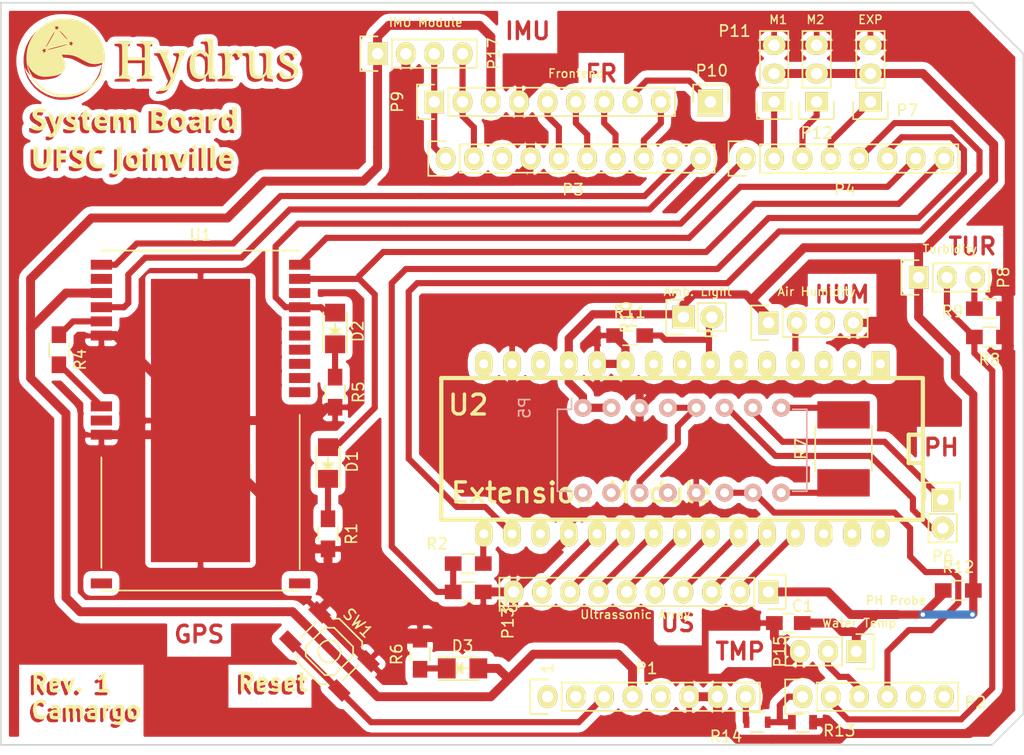
<source format=kicad_pcb>
(kicad_pcb (version 4) (host pcbnew 4.0.4+e1-6308~48~ubuntu15.10.1-stable)
  (title_block (date "lun. 30 mars 2015"))
  (layers (0 F.Cu signal) (31 B.Cu signal) (34 B.Paste user) (35 F.Paste user) (36 B.SilkS user) (37 F.SilkS user) (38 B.Mask user) (39 F.Mask user) (44 Edge.Cuts user))
  (net 0 "")
  (net 1 /IOREF)
  (net 2 /Reset)
  (net 3 +5V)
  (net 4 GND)
  (net 5 /Vin)
  (net 6 /AREF)
  (net 7 "/6(**)")
  (net 8 "/5(**)")
  (net 9 /4)
  (net 10 /2)
  (net 11 "/13(SCK)")
  (net 12 "/10(**/SS)")
  (net 13 "Net-(P1-Pad1)")
  (net 14 +3V3)
  (net 15 "/12(MISO)")
  (net 16 "/11(**/MOSI)")
  (net 17 GPS_ON_OFF)
  (net 18 GPS_RESET)
  (net 19 GPS_WAKEUP)
  (net 20 /L_SD)
  (net 21 GPS_RX)
  (net 22 GPS_TX)
  (net 23 "Net-(D1-Pad1)")
  (net 24 "Net-(U1-Pad2)")
  (net 25 "Net-(U1-Pad8)")
  (net 26 "Net-(U1-Pad10)")
  (net 27 "Net-(U1-Pad11)")
  (net 28 "Net-(U1-Pad12)")
  (net 29 "Net-(U1-Pad13)")
  (net 30 "Net-(U1-Pad14)")
  (net 31 "Net-(U1-Pad15)")
  (net 32 "Net-(U1-Pad19)")
  (net 33 SCL)
  (net 34 SDA)
  (net 35 "Net-(R4-Pad1)")
  (net 36 "Net-(R4-Pad2)")
  (net 37 "Net-(U1-Pad16)")
  (net 38 "Net-(U1-Pad17)")
  (net 39 "Net-(D2-Pad1)")
  (net 40 "Net-(U2-Pad1)")
  (net 41 "Net-(U2-Pad2)")
  (net 42 "Net-(U2-Pad3)")
  (net 43 "Net-(U2-Pad5)")
  (net 44 "Net-(U2-Pad8)")
  (net 45 "Net-(U2-Pad9)")
  (net 46 "Net-(U2-Pad13)")
  (net 47 "Net-(U2-Pad15)")
  (net 48 "Net-(U2-Pad18)")
  (net 49 "Net-(U2-Pad28)")
  (net 50 "Net-(U2-Pad29)")
  (net 51 "Net-(U2-Pad30)")
  (net 52 SM_RX)
  (net 53 SM_TX)
  (net 54 "Net-(D3-Pad1)")
  (net 55 "Net-(P5-Pad8)")
  (net 56 "Net-(P5-Pad9)")
  (net 57 "Net-(P5-Pad13)")
  (net 58 "Net-(P5-Pad15)")
  (net 59 "Net-(P5-Pad16)")
  (net 60 /PH_V+)
  (net 61 /PH_V-)
  (net 62 /VREF_2V5)
  (net 63 "Net-(P8-Pad3)")
  (net 64 TURB_Vo)
  (net 65 PH_Vo)
  (net 66 EXT_PWR)
  (net 67 LIGHT_Vo)
  (net 68 "Net-(U2-Pad6)")
  (net 69 "Net-(P13-Pad2)")
  (net 70 "Net-(P13-Pad3)")
  (net 71 "Net-(P13-Pad4)")
  (net 72 "Net-(P13-Pad5)")
  (net 73 "Net-(P13-Pad6)")
  (net 74 "Net-(P13-Pad7)")
  (net 75 "Net-(P13-Pad8)")
  (net 76 "Net-(P13-Pad9)")
  (net 77 TEMP_Vo)
  (net 78 SDA_Lower)
  (net 79 SCL_Lower)
  (net 80 HUM_DATA)
  (net 81 "Net-(P16-Pad3)")
  (net 82 BATT_SENSE)
  (module Resistors_SMD:R_0805_HandSoldering (layer F.Cu) (at 175.768 114.3)
    (fp_text reference R12 (at 0 -2.1) (layer F.SilkS))
    (fp_text value 0R)
    (pad 1 smd rect (at -1.35 0) (size 1.5 1.3) (layers F.Cu F.Paste F.Mask) (net 66 EXT_PWR))
    (pad 2 smd rect (at 1.35 0) (size 1.5 1.3) (layers F.Cu F.Paste F.Mask) (net 66 EXT_PWR))
  )
  (module Hydrus:decorcu (layer F.Cu) (at 104.14 70.231)
    (fp_text reference G*** hide)
    (fp_text value LOGO hide)
    (fp_poly (pts (xy -3.648567 5.577416) (xy -3.653235 5.906354) (xy -3.658488 6.161782) (xy -3.665229 6.354859) (xy -3.674364 6.49674) (xy -3.686798 6.598584) (xy -3.703435 6.671548) (xy -3.725181 6.726787) (xy -3.74464 6.762065) (xy -3.839227 6.874236) (xy -3.955792 6.959745) (xy -3.962705 6.963149) (xy -4.079363 7.00095) (xy -4.218938 7.022866) (xy -4.350263 7.026641) (xy -4.442173 7.010015) (xy -4.459112 6.999111) (xy -4.477748 6.94164) (xy -4.487084 6.836788) (xy -4.487334 6.815942) (xy -4.482086 6.714584) (xy -4.453064 6.675596) (xy -4.380346 6.676767) (xy -4.364524 6.679021) (xy -4.231302 6.664293) (xy -4.152857 6.608189) (xy -4.124662 6.576409) (xy -4.103156 6.537405) (xy -4.087436 6.480159) (xy -4.076598 6.393652) (xy -4.069739 6.266867) (xy -4.065956 6.088786) (xy -4.064344 5.848389) (xy -4.064001 5.53466) (xy -4.064 5.5245) (xy -4.064 4.529666) (xy -3.635301 4.529666) (xy -3.648567 5.577416)) (layer F.Cu) (width 0.01))
    (fp_poly (pts (xy -11.133667 5.23009) (xy -11.133245 5.488806) (xy -11.130787 5.676709) (xy -11.124503 5.80765) (xy -11.112603 5.895484) (xy -11.093298 5.954061) (xy -11.064799 5.997236) (xy -11.029758 6.034424) (xy -10.895646 6.117316) (xy -10.74133 6.137702) (xy -10.591565 6.10042) (xy -10.471109 6.010305) (xy -10.416108 5.914514) (xy -10.400232 5.827275) (xy -10.386863 5.674333) (xy -10.377115 5.47464) (xy -10.3721 5.247149) (xy -10.371667 5.158349) (xy -10.371667 4.529666) (xy -9.948334 4.529666) (xy -9.949369 5.132916) (xy -9.953767 5.453188) (xy -9.967469 5.702287) (xy -9.993088 5.893442) (xy -10.033238 6.039881) (xy -10.09053 6.154833) (xy -10.16758 6.251526) (xy -10.171073 6.255163) (xy -10.347114 6.380765) (xy -10.572132 6.45644) (xy -10.823823 6.477947) (xy -11.079883 6.441044) (xy -11.10745 6.433209) (xy -11.227995 6.376553) (xy -11.333722 6.299264) (xy -11.41095 6.221014) (xy -11.468087 6.14179) (xy -11.508122 6.047571) (xy -11.534043 5.924335) (xy -11.548838 5.758059) (xy -11.555494 5.534722) (xy -11.557 5.251435) (xy -11.557 4.529666) (xy -11.133667 4.529666) (xy -11.133667 5.23009)) (layer F.Cu) (width 0.01))
    (fp_poly (pts (xy -7.173211 4.518964) (xy -7.013039 4.560466) (xy -6.974198 4.578011) (xy -6.90653 4.620219) (xy -6.888308 4.666902) (xy -6.912574 4.749735) (xy -6.927952 4.788494) (xy -6.989465 4.941488) (xy -7.145983 4.885602) (xy -7.354901 4.834234) (xy -7.522191 4.841473) (xy -7.637726 4.906868) (xy -7.638422 4.907632) (xy -7.691159 5.000271) (xy -7.673588 5.090816) (xy -7.581748 5.185197) (xy -7.411678 5.28934) (xy -7.368559 5.311544) (xy -7.130833 5.450406) (xy -6.970964 5.591123) (xy -6.882333 5.741192) (xy -6.858 5.889683) (xy -6.892249 6.107452) (xy -6.995059 6.275568) (xy -7.166524 6.394183) (xy -7.167725 6.39473) (xy -7.369561 6.453084) (xy -7.607829 6.472447) (xy -7.843128 6.451474) (xy -7.958667 6.421693) (xy -8.053814 6.380484) (xy -8.099577 6.322705) (xy -8.117845 6.217061) (xy -8.119851 6.19125) (xy -8.123534 6.081437) (xy -8.10313 6.027819) (xy -8.041963 6.022498) (xy -7.923359 6.057581) (xy -7.874 6.074833) (xy -7.653962 6.13128) (xy -7.474145 6.134115) (xy -7.345176 6.084014) (xy -7.302516 6.038464) (xy -7.262641 5.942199) (xy -7.263084 5.870829) (xy -7.310437 5.820291) (xy -7.413781 5.744958) (xy -7.553699 5.658529) (xy -7.604644 5.629876) (xy -7.821295 5.497018) (xy -7.965512 5.37055) (xy -8.047136 5.236886) (xy -8.076008 5.08244) (xy -8.072939 4.983368) (xy -8.021404 4.77835) (xy -7.905351 4.627795) (xy -7.722316 4.528564) (xy -7.713437 4.525575) (xy -7.560039 4.49892) (xy -7.367754 4.497583) (xy -7.173211 4.518964)) (layer F.Cu) (width 0.01))
    (fp_poly (pts (xy -5.45355 4.512547) (xy -5.29845 4.543763) (xy -5.18385 4.585356) (xy -5.139759 4.620387) (xy -5.135608 4.682461) (xy -5.160001 4.774888) (xy -5.200313 4.866829) (xy -5.243919 4.927447) (xy -5.268645 4.935202) (xy -5.523323 4.851579) (xy -5.735146 4.839627) (xy -5.906915 4.899715) (xy -6.041434 5.032215) (xy -6.045163 5.037666) (xy -6.095235 5.121536) (xy -6.123729 5.205786) (xy -6.135027 5.315904) (xy -6.133509 5.47738) (xy -6.131254 5.538556) (xy -6.122505 5.713381) (xy -6.10813 5.827108) (xy -6.080393 5.90328) (xy -6.031557 5.96544) (xy -5.973003 6.020089) (xy -5.882529 6.093808) (xy -5.803659 6.128507) (xy -5.701506 6.133741) (xy -5.592003 6.124428) (xy -5.441333 6.105644) (xy -5.312449 6.084088) (xy -5.259917 6.071874) (xy -5.19938 6.061795) (xy -5.171983 6.092595) (xy -5.164813 6.183822) (xy -5.164667 6.216072) (xy -5.17083 6.328152) (xy -5.204438 6.386612) (xy -5.288172 6.422364) (xy -5.323417 6.43244) (xy -5.555138 6.470697) (xy -5.802571 6.469103) (xy -6.028888 6.429389) (xy -6.124951 6.394726) (xy -6.316079 6.262873) (xy -6.455168 6.066901) (xy -6.538908 5.81193) (xy -6.551396 5.735174) (xy -6.567231 5.395386) (xy -6.520541 5.103383) (xy -6.413959 4.863401) (xy -6.250117 4.679678) (xy -6.031646 4.556451) (xy -5.784194 4.500106) (xy -5.623886 4.496423) (xy -5.45355 4.512547)) (layer F.Cu) (width 0.01))
    (fp_poly (pts (xy -2.243188 5.011899) (xy -2.05439 5.122443) (xy -1.925029 5.293283) (xy -1.855103 5.524421) (xy -1.8415 5.715) (xy -1.867997 5.973932) (xy -1.95126 6.178243) (xy -2.09695 6.340814) (xy -2.126682 6.363999) (xy -2.262006 6.426157) (xy -2.443929 6.460968) (xy -2.638074 6.465818) (xy -2.810065 6.438088) (xy -2.859599 6.41978) (xy -3.019649 6.310213) (xy -3.153044 6.152137) (xy -3.234431 5.977064) (xy -3.241895 5.944624) (xy -3.254824 5.812114) (xy -3.25539 5.686795) (xy -2.845315 5.686795) (xy -2.826951 5.903645) (xy -2.766318 6.048731) (xy -2.661938 6.124477) (xy -2.570775 6.137685) (xy -2.459598 6.12785) (xy -2.383955 6.105109) (xy -2.383899 6.105073) (xy -2.305122 6.01433) (xy -2.260631 5.879246) (xy -2.248256 5.721187) (xy -2.265829 5.561516) (xy -2.311178 5.4216) (xy -2.382136 5.322804) (xy -2.467004 5.28665) (xy -2.641633 5.297665) (xy -2.757129 5.358814) (xy -2.822069 5.479169) (xy -2.845028 5.6678) (xy -2.845315 5.686795) (xy -3.25539 5.686795) (xy -3.25557 5.647074) (xy -3.251236 5.571575) (xy -3.197261 5.330311) (xy -3.082325 5.146742) (xy -2.909945 5.023693) (xy -2.683638 4.963986) (xy -2.491426 4.961647) (xy -2.243188 5.011899)) (layer F.Cu) (width 0.01))
    (fp_poly (pts (xy 6.0228 4.98725) (xy 6.215467 5.086336) (xy 6.350907 5.244759) (xy 6.423525 5.457022) (xy 6.434666 5.597922) (xy 6.434666 5.799666) (xy 5.969 5.799666) (xy 5.765323 5.800589) (xy 5.631646 5.805176) (xy 5.553307 5.816152) (xy 5.515644 5.836245) (xy 5.503995 5.868181) (xy 5.503333 5.886257) (xy 5.532018 5.973227) (xy 5.602146 6.071252) (xy 5.61279 6.082306) (xy 5.687996 6.146895) (xy 5.764122 6.174366) (xy 5.875094 6.173435) (xy 5.940874 6.1666) (xy 6.087351 6.146546) (xy 6.21232 6.124046) (xy 6.25475 6.113781) (xy 6.318334 6.104411) (xy 6.344842 6.140382) (xy 6.35 6.235088) (xy 6.338798 6.341495) (xy 6.289336 6.399353) (xy 6.216682 6.430525) (xy 6.057405 6.463633) (xy 5.861541 6.473685) (xy 5.665998 6.461349) (xy 5.507687 6.427293) (xy 5.482166 6.41724) (xy 5.288583 6.289455) (xy 5.158171 6.105931) (xy 5.09057 5.866027) (xy 5.08 5.700047) (xy 5.105546 5.501338) (xy 5.511539 5.501338) (xy 5.575831 5.533491) (xy 5.713172 5.545029) (xy 5.7785 5.545666) (xy 5.929852 5.542164) (xy 6.014233 5.528656) (xy 6.04916 5.500636) (xy 6.053666 5.474916) (xy 6.017694 5.364943) (xy 5.926895 5.288164) (xy 5.806944 5.251548) (xy 5.683518 5.262066) (xy 5.582293 5.326685) (xy 5.569233 5.343419) (xy 5.512079 5.440627) (xy 5.511539 5.501338) (xy 5.105546 5.501338) (xy 5.113668 5.43817) (xy 5.210762 5.226357) (xy 5.365413 5.070883) (xy 5.571754 4.978024) (xy 5.7785 4.953) (xy 6.0228 4.98725)) (layer F.Cu) (width 0.01))
    (fp_poly (pts (xy -8.382 4.868333) (xy -9.101667 4.868333) (xy -9.101667 5.334) (xy -8.424334 5.334) (xy -8.424334 5.669105) (xy -9.0805 5.693833) (xy -9.092732 6.06425) (xy -9.104963 6.434666) (xy -9.482667 6.434666) (xy -9.482667 4.529666) (xy -8.382 4.529666) (xy -8.382 4.868333)) (layer F.Cu) (width 0.01))
    (fp_poly (pts (xy -1.100667 6.434666) (xy -1.481667 6.434666) (xy -1.481667 4.953) (xy -1.100667 4.953) (xy -1.100667 6.434666)) (layer F.Cu) (width 0.01))
    (fp_poly (pts (xy 0.279403 4.963938) (xy 0.427259 4.993767) (xy 0.539138 5.052238) (xy 0.619591 5.14942) (xy 0.673172 5.295385) (xy 0.704432 5.5002) (xy 0.717925 5.773937) (xy 0.71943 5.93725) (xy 0.719666 6.434666) (xy 0.296333 6.434666) (xy 0.296333 5.926666) (xy 0.295012 5.708015) (xy 0.289394 5.557264) (xy 0.276999 5.457666) (xy 0.255346 5.392472) (xy 0.221954 5.344936) (xy 0.207998 5.330331) (xy 0.108968 5.266427) (xy 0.006914 5.269617) (xy -0.087443 5.299627) (xy -0.153744 5.345137) (xy -0.19747 5.420359) (xy -0.224101 5.539509) (xy -0.239117 5.716801) (xy -0.246963 5.928061) (xy -0.261091 6.434666) (xy -0.679333 6.434666) (xy -0.656167 4.974166) (xy -0.518557 4.960899) (xy -0.41639 4.96346) (xy -0.360978 5.009683) (xy -0.339399 5.056908) (xy -0.306122 5.131848) (xy -0.271533 5.135272) (xy -0.213503 5.081835) (xy -0.077304 4.991736) (xy 0.103493 4.956324) (xy 0.279403 4.963938)) (layer F.Cu) (width 0.01))
    (fp_poly (pts (xy 2.37365 4.956902) (xy 2.43226 4.973265) (xy 2.441987 5.009068) (xy 2.437267 5.027083) (xy 2.414691 5.090275) (xy 2.367501 5.217523) (xy 2.301329 5.393805) (xy 2.221806 5.604095) (xy 2.163557 5.757333) (xy 1.913618 6.4135) (xy 1.701426 6.426164) (xy 1.575817 6.427261) (xy 1.489481 6.416074) (xy 1.46864 6.404997) (xy 1.445098 6.351905) (xy 1.399004 6.236923) (xy 1.3363 6.075806) (xy 1.262927 5.884312) (xy 1.184827 5.678194) (xy 1.107942 5.473211) (xy 1.038214 5.285117) (xy 0.981584 5.129669) (xy 0.943996 5.022622) (xy 0.931333 4.980217) (xy 0.969156 4.964102) (xy 1.065418 4.958793) (xy 1.132416 4.961263) (xy 1.3335 4.974166) (xy 1.452758 5.312833) (xy 1.516781 5.501324) (xy 1.576479 5.688511) (xy 1.620347 5.838128) (xy 1.62502 5.85574) (xy 1.678023 6.059981) (xy 1.856845 5.50649) (xy 2.035667 4.953) (xy 2.248353 4.953) (xy 2.37365 4.956902)) (layer F.Cu) (width 0.01))
    (fp_poly (pts (xy 3.092332 6.434666) (xy 2.665 6.434666) (xy 2.688166 4.974166) (xy 3.069166 4.974166) (xy 3.092332 6.434666)) (layer F.Cu) (width 0.01))
    (fp_poly (pts (xy 3.894666 6.434666) (xy 3.513666 6.434666) (xy 3.513666 4.402666) (xy 3.894666 4.402666) (xy 3.894666 6.434666)) (layer F.Cu) (width 0.01))
    (fp_poly (pts (xy 4.741333 6.434666) (xy 4.318 6.434666) (xy 4.318 4.402666) (xy 4.741333 4.402666) (xy 4.741333 6.434666)) (layer F.Cu) (width 0.01))
    (fp_poly (pts (xy -1.157865 4.435043) (xy -1.076232 4.522812) (xy -1.058334 4.608526) (xy -1.09451 4.686036) (xy -1.18082 4.752718) (xy -1.28394 4.783503) (xy -1.291167 4.783666) (xy -1.399433 4.756127) (xy -1.457477 4.717142) (xy -1.51721 4.612916) (xy -1.504271 4.512577) (xy -1.429141 4.435946) (xy -1.302302 4.402842) (xy -1.291167 4.402666) (xy -1.157865 4.435043)) (layer F.Cu) (width 0.01))
    (fp_poly (pts (xy 2.992979 4.41086) (xy 3.048406 4.446674) (xy 3.074593 4.515052) (xy 3.081234 4.623579) (xy 3.060547 4.694968) (xy 2.982952 4.751828) (xy 2.86862 4.775174) (xy 2.760162 4.760031) (xy 2.719708 4.734775) (xy 2.670641 4.629616) (xy 2.685185 4.490944) (xy 2.692695 4.469629) (xy 2.755384 4.418271) (xy 2.882389 4.402666) (xy 2.992979 4.41086)) (layer F.Cu) (width 0.01))
    (fp_poly (pts (xy -8.80967 1.571259) (xy -8.792194 1.599081) (xy -8.79496 1.654986) (xy -8.819369 1.74797) (xy -8.866821 1.88703) (xy -8.938719 2.081161) (xy -9.036462 2.339361) (xy -9.127389 2.579978) (xy -9.255169 2.911073) (xy -9.361073 3.166587) (xy -9.447604 3.352019) (xy -9.517265 3.472868) (xy -9.55521 3.519915) (xy -9.701484 3.617848) (xy -9.888261 3.680721) (xy -10.074342 3.695694) (xy -10.107084 3.69193) (xy -10.17096 3.667417) (xy -10.197934 3.603831) (xy -10.202334 3.516592) (xy -10.196992 3.412913) (xy -10.170826 3.372471) (xy -10.108626 3.374021) (xy -10.101244 3.375398) (xy -9.954413 3.363532) (xy -9.826974 3.276) (xy -9.759726 3.178659) (xy -9.739257 3.132637) (xy -9.730361 3.083617) (xy -9.736381 3.019316) (xy -9.76066 2.927448) (xy -9.806542 2.795728) (xy -9.877371 2.611874) (xy -9.976488 2.363598) (xy -9.992122 2.324717) (xy -10.08489 2.093325) (xy -10.165686 1.890348) (xy -10.229585 1.728277) (xy -10.271664 1.619601) (xy -10.286999 1.57681) (xy -10.287 1.576757) (xy -10.248923 1.570636) (xy -10.151257 1.570971) (xy -10.068554 1.574704) (xy -9.850107 1.5875) (xy -9.681546 2.085599) (xy -9.512986 2.583698) (xy -9.347387 2.075016) (xy -9.181788 1.566333) (xy -8.969542 1.566333) (xy -8.899745 1.563882) (xy -8.845987 1.562525) (xy -8.80967 1.571259)) (layer F.Cu) (width 0.01))
    (fp_poly (pts (xy -10.797981 1.106966) (xy -10.639497 1.136218) (xy -10.567103 1.159376) (xy -10.415932 1.222539) (xy -10.47584 1.362686) (xy -10.539121 1.465166) (xy -10.610856 1.489599) (xy -10.612458 1.489331) (xy -10.696235 1.477854) (xy -10.829388 1.462815) (xy -10.928528 1.452787) (xy -11.067982 1.44309) (xy -11.14836 1.45191) (xy -11.194275 1.484939) (xy -11.215768 1.519205) (xy -11.241322 1.609978) (xy -11.210449 1.696315) (xy -11.115855 1.78702) (xy -10.95025 1.890896) (xy -10.873713 1.932231) (xy -10.659299 2.06218) (xy -10.518221 2.193521) (xy -10.440029 2.339802) (xy -10.414268 2.514572) (xy -10.414159 2.527943) (xy -10.452645 2.714309) (xy -10.55936 2.871104) (xy -10.720662 2.990327) (xy -10.922907 3.06398) (xy -11.152453 3.084064) (xy -11.324167 3.061497) (xy -11.497716 3.019146) (xy -11.604217 2.978612) (xy -11.659915 2.926511) (xy -11.681054 2.84946) (xy -11.684 2.765021) (xy -11.67981 2.648917) (xy -11.66184 2.599788) (xy -11.621991 2.600131) (xy -11.609917 2.604922) (xy -11.448073 2.661881) (xy -11.271377 2.705508) (xy -11.110739 2.729622) (xy -10.997066 2.72804) (xy -10.995732 2.727757) (xy -10.877566 2.670955) (xy -10.819185 2.576611) (xy -10.832434 2.465119) (xy -10.837438 2.455138) (xy -10.897913 2.392147) (xy -11.009783 2.313251) (xy -11.128346 2.246352) (xy -11.372479 2.095503) (xy -11.540154 1.929405) (xy -11.628252 1.751696) (xy -11.641667 1.647424) (xy -11.608174 1.431854) (xy -11.508482 1.268516) (xy -11.343773 1.158375) (xy -11.115227 1.102397) (xy -10.965307 1.095031) (xy -10.797981 1.106966)) (layer F.Cu) (width 0.01))
    (fp_poly (pts (xy -7.790163 1.566136) (xy -7.787977 1.566658) (xy -7.663803 1.601568) (xy -7.578102 1.635213) (xy -7.556877 1.65039) (xy -7.555551 1.709424) (xy -7.579938 1.808418) (xy -7.583219 1.818063) (xy -7.628413 1.909734) (xy -7.681238 1.929479) (xy -7.699129 1.92388) (xy -7.851586 1.874964) (xy -8.005335 1.848026) (xy -8.123017 1.849351) (xy -8.131067 1.851202) (xy -8.200132 1.892052) (xy -8.192342 1.954384) (xy -8.111237 2.033126) (xy -7.960357 2.123207) (xy -7.931005 2.137833) (xy -7.75156 2.229482) (xy -7.634782 2.303403) (xy -7.564997 2.373979) (xy -7.526531 2.455595) (xy -7.510444 2.523792) (xy -7.511408 2.704474) (xy -7.575649 2.864214) (xy -7.692369 2.977635) (xy -7.706984 2.985698) (xy -7.862049 3.03701) (xy -8.063827 3.06513) (xy -8.276875 3.067335) (xy -8.456084 3.043264) (xy -8.568078 3.011983) (xy -8.620134 2.970774) (xy -8.635185 2.892365) (xy -8.636 2.829312) (xy -8.630362 2.721186) (xy -8.607706 2.679742) (xy -8.565301 2.685071) (xy -8.408494 2.732353) (xy -8.2387 2.76415) (xy -8.090288 2.775238) (xy -8.018579 2.768149) (xy -7.928958 2.723249) (xy -7.917379 2.656327) (xy -7.981378 2.571572) (xy -8.118488 2.473173) (xy -8.2276 2.413) (xy -8.43113 2.292439) (xy -8.558851 2.172743) (xy -8.618781 2.042859) (xy -8.618936 1.891739) (xy -8.616362 1.877093) (xy -8.549575 1.735264) (xy -8.418288 1.627531) (xy -8.237776 1.559617) (xy -8.02331 1.537244) (xy -7.790163 1.566136)) (layer F.Cu) (width 0.01))
    (fp_poly (pts (xy -6.774868 1.234797) (xy -6.739954 1.272325) (xy -6.731166 1.364451) (xy -6.731 1.397) (xy -6.731 1.566333) (xy -6.307667 1.566333) (xy -6.307667 1.862666) (xy -6.731 1.862666) (xy -6.731 2.259649) (xy -6.72605 2.477806) (xy -6.706656 2.623487) (xy -6.666004 2.708541) (xy -6.597279 2.744814) (xy -6.493665 2.744154) (xy -6.455476 2.738642) (xy -6.356959 2.727732) (xy -6.316205 2.752786) (xy -6.307731 2.834324) (xy -6.307667 2.857663) (xy -6.318109 2.961441) (xy -6.343542 3.02243) (xy -6.34649 3.024663) (xy -6.452988 3.058614) (xy -6.603502 3.071426) (xy -6.759951 3.062661) (xy -6.884251 3.031876) (xy -6.886417 3.030911) (xy -6.98236 2.974843) (xy -7.050552 2.897639) (xy -7.096413 2.78442) (xy -7.125361 2.620305) (xy -7.142816 2.390415) (xy -7.146152 2.31775) (xy -7.155952 2.11577) (xy -7.167195 1.983857) (xy -7.183029 1.90743) (xy -7.206604 1.871906) (xy -7.24107 1.862702) (xy -7.244438 1.862666) (xy -7.309564 1.835424) (xy -7.320372 1.769599) (xy -7.279728 1.689046) (xy -7.21684 1.633075) (xy -7.132135 1.548286) (xy -7.056455 1.426121) (xy -7.04291 1.395372) (xy -6.989663 1.286313) (xy -6.930724 1.237769) (xy -6.853404 1.227666) (xy -6.774868 1.234797)) (layer F.Cu) (width 0.01))
    (fp_poly (pts (xy -5.122347 1.579603) (xy -4.94088 1.69112) (xy -4.807868 1.864884) (xy -4.740353 2.05789) (xy -4.712382 2.203863) (xy -4.70791 2.30309) (xy -4.738759 2.364594) (xy -4.816753 2.397398) (xy -4.953714 2.410522) (xy -5.161464 2.412991) (xy -5.205672 2.413) (xy -5.418534 2.41523) (xy -5.558925 2.422921) (xy -5.63895 2.43757) (xy -5.670712 2.460674) (xy -5.672667 2.47079) (xy -5.638786 2.566337) (xy -5.555994 2.666761) (xy -5.452566 2.742147) (xy -5.397382 2.76205) (xy -5.277071 2.766164) (xy -5.11561 2.74902) (xy -4.952183 2.716093) (xy -4.85775 2.686645) (xy -4.808468 2.680725) (xy -4.787386 2.726817) (xy -4.783667 2.811685) (xy -4.795517 2.922905) (xy -4.842843 2.983118) (xy -4.892082 3.006648) (xy -5.056889 3.047783) (xy -5.257233 3.068186) (xy -5.452791 3.065737) (xy -5.588 3.043262) (xy -5.759346 2.957774) (xy -5.914157 2.820682) (xy -6.025183 2.658839) (xy -6.053845 2.584211) (xy -6.09434 2.317077) (xy -6.071021 2.103766) (xy -5.658132 2.103766) (xy -5.654112 2.11244) (xy -5.599325 2.137376) (xy -5.486844 2.154273) (xy -5.373835 2.159) (xy -5.233905 2.156675) (xy -5.158655 2.14415) (xy -5.12812 2.113103) (xy -5.122334 2.055207) (xy -5.122334 2.054142) (xy -5.159866 1.948481) (xy -5.253264 1.865238) (xy -5.37373 1.826138) (xy -5.422556 1.827651) (xy -5.507276 1.866906) (xy -5.589108 1.943634) (xy -5.646558 2.031399) (xy -5.658132 2.103766) (xy -6.071021 2.103766) (xy -6.067452 2.071124) (xy -5.978711 1.858481) (xy -5.833648 1.691277) (xy -5.637796 1.581643) (xy -5.589922 1.56685) (xy -5.342089 1.536218) (xy -5.122347 1.579603)) (layer F.Cu) (width 0.01))
    (fp_poly (pts (xy 1.615413 1.559534) (xy 1.81559 1.63387) (xy 1.98331 1.75716) (xy 2.099287 1.924307) (xy 2.11818 1.973087) (xy 2.153407 2.144196) (xy 2.163095 2.342127) (xy 2.148054 2.532518) (xy 2.109092 2.681006) (xy 2.101131 2.69774) (xy 1.956994 2.888152) (xy 1.758864 3.014202) (xy 1.672166 3.043706) (xy 1.524775 3.078338) (xy 1.413844 3.083153) (xy 1.296082 3.056762) (xy 1.214281 3.029) (xy 1.004631 2.922018) (xy 0.861165 2.770424) (xy 0.779211 2.566858) (xy 0.756352 2.327825) (xy 1.151373 2.327825) (xy 1.181828 2.505278) (xy 1.25546 2.645362) (xy 1.364711 2.731795) (xy 1.4605 2.751666) (xy 1.57097 2.72219) (xy 1.648638 2.669361) (xy 1.730312 2.539612) (xy 1.766242 2.377223) (xy 1.759333 2.205942) (xy 1.712488 2.049516) (xy 1.628611 1.931694) (xy 1.552868 1.886077) (xy 1.405526 1.872825) (xy 1.280723 1.93455) (xy 1.193066 2.061933) (xy 1.171651 2.129286) (xy 1.151373 2.327825) (xy 0.756352 2.327825) (xy 0.754094 2.30422) (xy 0.776476 2.062019) (xy 0.846474 1.873392) (xy 0.973151 1.716534) (xy 1.01301 1.681178) (xy 1.194837 1.578093) (xy 1.402067 1.539243) (xy 1.615413 1.559534)) (layer F.Cu) (width 0.01))
    (fp_poly (pts (xy 3.422263 1.585087) (xy 3.608275 1.700068) (xy 3.624673 1.715825) (xy 3.663966 1.759058) (xy 3.691434 1.80696) (xy 3.709189 1.874558) (xy 3.719342 1.97688) (xy 3.724006 2.128953) (xy 3.72529 2.345806) (xy 3.725333 2.432242) (xy 3.725333 3.048) (xy 3.599822 3.048) (xy 3.477967 3.016814) (xy 3.428293 2.962014) (xy 3.382275 2.876028) (xy 3.263597 2.960534) (xy 3.113953 3.030512) (xy 2.927743 3.069004) (xy 2.749902 3.067467) (xy 2.725177 3.062924) (xy 2.594894 2.995322) (xy 2.494321 2.870509) (xy 2.432937 2.713489) (xy 2.424443 2.603796) (xy 2.836333 2.603796) (xy 2.869273 2.706845) (xy 2.953234 2.764625) (xy 3.065924 2.774223) (xy 3.185053 2.732727) (xy 3.27025 2.660505) (xy 3.327465 2.555814) (xy 3.344333 2.47181) (xy 3.333512 2.405124) (xy 3.285006 2.376489) (xy 3.184419 2.370666) (xy 3.019341 2.396461) (xy 2.898909 2.46645) (xy 2.839691 2.569536) (xy 2.836333 2.603796) (xy 2.424443 2.603796) (xy 2.42022 2.549264) (xy 2.465649 2.402839) (xy 2.471444 2.393607) (xy 2.583184 2.276337) (xy 2.747119 2.195088) (xy 2.975871 2.144322) (xy 3.063701 2.133726) (xy 3.216936 2.11428) (xy 3.302968 2.091006) (xy 3.339216 2.057287) (xy 3.344333 2.027129) (xy 3.311411 1.949748) (xy 3.236252 1.878468) (xy 3.165655 1.839657) (xy 3.095594 1.829003) (xy 2.995491 1.845838) (xy 2.900088 1.871135) (xy 2.672005 1.934618) (xy 2.621057 1.81162) (xy 2.594046 1.721121) (xy 2.610283 1.658574) (xy 2.681585 1.613681) (xy 2.819766 1.576147) (xy 2.912166 1.557934) (xy 3.188621 1.537353) (xy 3.422263 1.585087)) (layer F.Cu) (width 0.01))
    (fp_poly (pts (xy 6.6675 0.994833) (xy 6.678835 2.021416) (xy 6.690171 3.048) (xy 6.520085 3.048) (xy 6.413561 3.040977) (xy 6.353911 3.023428) (xy 6.349351 3.01625) (xy 6.328514 2.956477) (xy 6.309248 2.922109) (xy 6.272169 2.88722) (xy 6.221099 2.908143) (xy 6.172313 2.950431) (xy 6.01173 3.045837) (xy 5.825997 3.070705) (xy 5.641389 3.021757) (xy 5.633342 3.017669) (xy 5.489735 2.92635) (xy 5.39472 2.817766) (xy 5.339624 2.67347) (xy 5.315774 2.47501) (xy 5.314167 2.398936) (xy 5.71161 2.398936) (xy 5.740041 2.555721) (xy 5.797759 2.665055) (xy 5.799666 2.667) (xy 5.915823 2.734784) (xy 6.049848 2.746241) (xy 6.166983 2.700431) (xy 6.19169 2.677583) (xy 6.261884 2.545511) (xy 6.292363 2.367456) (xy 6.278905 2.1743) (xy 6.267342 2.124127) (xy 6.196207 1.971758) (xy 6.091377 1.882483) (xy 5.968684 1.862036) (xy 5.843962 1.916154) (xy 5.801315 1.955315) (xy 5.742319 2.067589) (xy 5.712393 2.225844) (xy 5.71161 2.398936) (xy 5.314167 2.398936) (xy 5.312833 2.335858) (xy 5.322475 2.090383) (xy 5.355765 1.909179) (xy 5.419251 1.773597) (xy 5.519481 1.664984) (xy 5.559354 1.63364) (xy 5.721941 1.56085) (xy 5.910811 1.54643) (xy 6.090938 1.590357) (xy 6.166536 1.634016) (xy 6.2865 1.722866) (xy 6.272849 1.345821) (xy 6.259198 0.968777) (xy 6.6675 0.994833)) (layer F.Cu) (width 0.01))
    (fp_poly (pts (xy -3.325621 1.584062) (xy -3.220881 1.641684) (xy -3.090334 1.738201) (xy -2.959708 1.641684) (xy -2.803443 1.570836) (xy -2.613788 1.547081) (xy -2.427736 1.571554) (xy -2.313404 1.621854) (xy -2.238635 1.691627) (xy -2.184132 1.796258) (xy -2.14741 1.947228) (xy -2.125982 2.156022) (xy -2.117362 2.434121) (xy -2.116903 2.529416) (xy -2.116667 3.048) (xy -2.54 3.048) (xy -2.54 2.521857) (xy -2.543555 2.268891) (xy -2.55687 2.088758) (xy -2.583928 1.969822) (xy -2.628709 1.900448) (xy -2.695193 1.868998) (xy -2.765274 1.863314) (xy -2.872114 1.880125) (xy -2.949683 1.935539) (xy -3.001953 2.039613) (xy -3.032894 2.202409) (xy -3.046477 2.433986) (xy -3.048 2.57955) (xy -3.048 3.048) (xy -3.471334 3.048) (xy -3.471334 2.521857) (xy -3.474826 2.269318) (xy -3.488025 2.089519) (xy -3.515015 1.97072) (xy -3.559879 1.901181) (xy -3.626702 1.86916) (xy -3.70063 1.862666) (xy -3.79828 1.878067) (xy -3.869646 1.931274) (xy -3.918917 2.032795) (xy -3.950279 2.193136) (xy -3.967919 2.422805) (xy -3.972296 2.544311) (xy -3.986425 3.048) (xy -4.402667 3.048) (xy -4.402667 1.566333) (xy -4.238271 1.566333) (xy -4.123853 1.576338) (xy -4.06728 1.614284) (xy -4.050815 1.654517) (xy -4.032574 1.708818) (xy -4.002666 1.716508) (xy -3.937844 1.676018) (xy -3.894164 1.643934) (xy -3.719648 1.562782) (xy -3.519507 1.542789) (xy -3.325621 1.584062)) (layer F.Cu) (width 0.01))
    (fp_poly (pts (xy -0.283586 1.10982) (xy -0.043973 1.139122) (xy 0.135397 1.191334) (xy 0.265835 1.269217) (xy 0.321042 1.324263) (xy 0.392025 1.425084) (xy 0.417238 1.524048) (xy 0.410814 1.648092) (xy 0.367388 1.819803) (xy 0.287841 1.925207) (xy 0.186452 2.010833) (xy 0.326059 2.142831) (xy 0.419418 2.248067) (xy 0.45926 2.352982) (xy 0.465666 2.45185) (xy 0.444121 2.651229) (xy 0.375007 2.805004) (xy 0.25161 2.917325) (xy 0.067214 2.992345) (xy -0.184898 3.034212) (xy -0.497417 3.04707) (xy -0.973667 3.048) (xy -0.973667 2.201333) (xy -0.550334 2.201333) (xy -0.550334 2.709333) (xy -0.348087 2.709333) (xy -0.199135 2.694954) (xy -0.077601 2.6582) (xy -0.051753 2.643432) (xy 0.028117 2.539065) (xy 0.042333 2.455333) (xy 0.005861 2.327622) (xy -0.101374 2.243118) (xy -0.276101 2.203948) (xy -0.348087 2.201333) (xy -0.550334 2.201333) (xy -0.973667 2.201333) (xy -0.973667 1.439333) (xy -0.550334 1.439333) (xy -0.550334 1.862666) (xy -0.357051 1.862666) (xy -0.220073 1.853247) (xy -0.107995 1.829628) (xy -0.081884 1.818843) (xy -0.014257 1.74228) (xy -0.006501 1.638174) (xy -0.057408 1.537614) (xy -0.094087 1.505233) (xy -0.1965 1.463061) (xy -0.333484 1.440512) (xy -0.369253 1.439333) (xy -0.550334 1.439333) (xy -0.973667 1.439333) (xy -0.973667 1.100666) (xy -0.594751 1.100666) (xy -0.283586 1.10982)) (layer F.Cu) (width 0.01))
    (fp_poly (pts (xy 5.094033 1.53443) (xy 5.116378 1.580792) (xy 5.115347 1.685696) (xy 5.114184 1.70224) (xy 5.100255 1.816003) (xy 5.064279 1.873879) (xy 4.981828 1.904613) (xy 4.933235 1.915153) (xy 4.797372 1.961144) (xy 4.682023 2.029024) (xy 4.668652 2.040625) (xy 4.625681 2.087498) (xy 4.597716 2.143342) (xy 4.581574 2.22623) (xy 4.574073 2.354237) (xy 4.572032 2.545436) (xy 4.572 2.589712) (xy 4.572 3.048) (xy 4.148666 3.048) (xy 4.148666 1.566333) (xy 4.312708 1.566333) (xy 4.421209 1.573215) (xy 4.474429 1.607618) (xy 4.501472 1.690175) (xy 4.50385 1.701835) (xy 4.530951 1.837338) (xy 4.599341 1.739697) (xy 4.703305 1.644295) (xy 4.851627 1.566462) (xy 5.004026 1.525971) (xy 5.038741 1.524) (xy 5.094033 1.53443)) (layer F.Cu) (width 0.01))
    (fp_poly (pts (xy -8.657167 -6.961228) (xy -8.120863 -6.928786) (xy -7.632449 -6.830805) (xy -7.181581 -6.66321) (xy -6.75792 -6.421924) (xy -6.351124 -6.102872) (xy -6.255052 -6.014462) (xy -5.883545 -5.607635) (xy -5.584998 -5.163553) (xy -5.360456 -4.689651) (xy -5.210965 -4.193361) (xy -5.137571 -3.682116) (xy -5.141319 -3.163349) (xy -5.223255 -2.644493) (xy -5.384426 -2.13298) (xy -5.625876 -1.636244) (xy -5.636489 -1.618032) (xy -5.749155 -1.45631) (xy -5.912014 -1.261547) (xy -6.107432 -1.051379) (xy -6.317774 -0.843439) (xy -6.525405 -0.655362) (xy -6.712692 -0.504782) (xy -6.825032 -0.429489) (xy -7.269711 -0.203362) (xy -7.717652 -0.049109) (xy -8.191778 0.039862) (xy -8.551334 0.06682) (xy -8.835696 0.070837) (xy -9.071303 0.058345) (xy -9.292907 0.026802) (xy -9.40273 0.004537) (xy -9.794263 -0.110402) (xy -10.197904 -0.281256) (xy -10.580386 -0.492463) (xy -10.822873 -0.659919) (xy -11.218709 -1.012451) (xy -11.545609 -1.405418) (xy -11.804384 -1.83125) (xy -11.995841 -2.28238) (xy -12.120788 -2.751237) (xy -12.123937 -2.776699) (xy -12.082622 -2.776699) (xy -12.057029 -2.678013) (xy -12.000657 -2.51399) (xy -11.930186 -2.329018) (xy -11.70045 -1.858341) (xy -11.399948 -1.427006) (xy -11.036595 -1.043079) (xy -10.618303 -0.714623) (xy -10.152985 -0.449705) (xy -10.033212 -0.395624) (xy -9.745177 -0.28378) (xy -9.47358 -0.207057) (xy -9.192867 -0.161092) (xy -8.877484 -0.141525) (xy -8.551334 -0.142668) (xy -8.304643 -0.150608) (xy -8.116632 -0.163224) (xy -7.961313 -0.18456) (xy -7.812702 -0.218657) (xy -7.644812 -0.269557) (xy -7.564498 -0.296179) (xy -7.051458 -0.510806) (xy -6.590093 -0.791455) (xy -6.183453 -1.135475) (xy -5.834592 -1.540213) (xy -5.546563 -2.003019) (xy -5.504776 -2.08543) (xy -5.440854 -2.228506) (xy -5.373004 -2.401616) (xy -5.30716 -2.586515) (xy -5.249256 -2.764957) (xy -5.205226 -2.918696) (xy -5.181003 -3.029488) (xy -5.181823 -3.078429) (xy -5.221967 -3.068449) (xy -5.318631 -3.033301) (xy -5.44204 -2.984184) (xy -5.725513 -2.905026) (xy -6.041601 -2.878636) (xy -6.35561 -2.906425) (xy -6.501067 -2.941101) (xy -6.621168 -2.98686) (xy -6.791073 -3.064423) (xy -6.987592 -3.162693) (xy -7.1755 -3.263829) (xy -7.457315 -3.416907) (xy -7.688897 -3.529835) (xy -7.890593 -3.609222) (xy -8.082752 -3.661681) (xy -8.285723 -3.69382) (xy -8.519854 -3.712252) (xy -8.562423 -3.714412) (xy -9.018012 -3.736251) (xy -8.860162 -3.403864) (xy -8.733613 -3.073508) (xy -8.683918 -2.777916) (xy -8.710865 -2.51767) (xy -8.814239 -2.293348) (xy -8.993827 -2.105533) (xy -9.249414 -1.954804) (xy -9.418334 -1.889242) (xy -9.61962 -1.83726) (xy -9.874654 -1.793264) (xy -10.152636 -1.760718) (xy -10.422767 -1.743086) (xy -10.65425 -1.743832) (xy -10.690006 -1.746231) (xy -11.027179 -1.814643) (xy -11.339007 -1.960962) (xy -11.618869 -2.180521) (xy -11.860145 -2.468658) (xy -11.97064 -2.648537) (xy -12.039835 -2.765182) (xy -12.077026 -2.806829) (xy -12.082622 -2.776699) (xy -12.123937 -2.776699) (xy -12.180035 -3.230254) (xy -12.174389 -3.711861) (xy -12.122087 -4.069367) (xy -10.8585 -4.069367) (xy -10.76325 -4.066684) (xy -10.691598 -4.045261) (xy -10.667347 -3.971041) (xy -10.6665 -3.947584) (xy -10.662425 -3.869345) (xy -10.644888 -3.868679) (xy -10.613584 -3.917768) (xy -10.53684 -3.983764) (xy -10.478848 -3.986969) (xy -10.42218 -3.982166) (xy -10.435753 -4.01737) (xy -10.452282 -4.037951) (xy -10.487629 -4.104613) (xy -10.458095 -4.167176) (xy -10.281303 -4.167176) (xy -10.277184 -4.156204) (xy -10.242262 -4.156593) (xy -10.167436 -4.170186) (xy -10.043606 -4.198824) (xy -9.861672 -4.244351) (xy -9.612535 -4.308609) (xy -9.424206 -4.357652) (xy -9.174223 -4.424796) (xy -8.951272 -4.488341) (xy -8.768821 -4.544151) (xy -8.640339 -4.588091) (xy -8.579294 -4.616024) (xy -8.57754 -4.617642) (xy -8.555032 -4.653672) (xy -8.595624 -4.64637) (xy -8.655839 -4.629148) (xy -8.784106 -4.594884) (xy -8.966382 -4.547248) (xy -9.188625 -4.489909) (xy -9.436791 -4.426536) (xy -9.44229 -4.425138) (xy -9.688899 -4.361032) (xy -9.9078 -4.301374) (xy -10.085487 -4.250069) (xy -10.208453 -4.211022) (xy -10.263191 -4.188138) (xy -10.263717 -4.187666) (xy -10.281303 -4.167176) (xy -10.458095 -4.167176) (xy -10.456203 -4.171183) (xy -10.450934 -4.17776) (xy -10.415831 -4.228505) (xy -10.444676 -4.229171) (xy -10.473039 -4.219073) (xy -10.574959 -4.222612) (xy -10.628845 -4.257376) (xy -10.683163 -4.301319) (xy -10.69156 -4.280677) (xy -10.681396 -4.237652) (xy -10.686633 -4.158862) (xy -10.758423 -4.109439) (xy -10.8585 -4.069367) (xy -12.122087 -4.069367) (xy -12.104659 -4.18849) (xy -12.039645 -4.415337) (xy -10.44044 -4.415337) (xy -10.435737 -4.404237) (xy -10.424582 -4.402667) (xy -10.393854 -4.437799) (xy -10.329204 -4.535542) (xy -10.237688 -4.684416) (xy -10.131259 -4.864642) (xy -8.372423 -4.864642) (xy -8.368548 -4.842966) (xy -8.329949 -4.801171) (xy -8.281178 -4.737309) (xy -8.295012 -4.685021) (xy -8.323262 -4.651405) (xy -8.36509 -4.598608) (xy -8.339537 -4.591992) (xy -8.295877 -4.602449) (xy -8.200162 -4.596321) (xy -8.162876 -4.557171) (xy -8.115246 -4.493929) (xy -8.094393 -4.505586) (xy -8.106922 -4.572277) (xy -8.106077 -4.647709) (xy -8.038813 -4.692388) (xy -7.943744 -4.727556) (xy -8.039668 -4.752641) (xy -8.108796 -4.789126) (xy -8.111994 -4.862202) (xy -8.108437 -4.875947) (xy -8.092818 -4.94317) (xy -8.111677 -4.935073) (xy -8.143866 -4.896244) (xy -8.227092 -4.840408) (xy -8.304808 -4.847871) (xy -8.372423 -4.864642) (xy -10.131259 -4.864642) (xy -10.126358 -4.87294) (xy -10.002269 -5.089633) (xy -9.999759 -5.09408) (xy -9.877095 -5.313061) (xy -9.77025 -5.506796) (xy -9.685728 -5.663243) (xy -9.630034 -5.770362) (xy -9.609671 -5.816112) (xy -9.609667 -5.816246) (xy -9.620624 -5.838778) (xy -9.655647 -5.808071) (xy -9.717965 -5.719281) (xy -9.810806 -5.567563) (xy -9.937398 -5.348074) (xy -10.022502 -5.196853) (xy -10.168528 -4.935556) (xy -10.277804 -4.738926) (xy -10.354983 -4.597777) (xy -10.404714 -4.50292) (xy -10.431649 -4.445169) (xy -10.44044 -4.415337) (xy -12.039645 -4.415337) (xy -11.971653 -4.652571) (xy -11.776181 -5.096536) (xy -11.519049 -5.512817) (xy -11.211899 -5.880865) (xy -9.228667 -5.880865) (xy -9.201368 -5.831019) (xy -9.128625 -5.736694) (xy -9.024174 -5.612987) (xy -8.901749 -5.474994) (xy -8.775085 -5.33781) (xy -8.657915 -5.216531) (xy -8.563975 -5.126254) (xy -8.506998 -5.082074) (xy -8.500034 -5.08) (xy -8.500526 -5.10797) (xy -8.547523 -5.179634) (xy -8.595847 -5.23875) (xy -8.765271 -5.430163) (xy -8.920545 -5.598966) (xy -9.05299 -5.736352) (xy -9.153928 -5.833516) (xy -9.21468 -5.881651) (xy -9.228667 -5.880865) (xy -11.211899 -5.880865) (xy -11.201068 -5.893843) (xy -11.058898 -6.021037) (xy -9.648086 -6.021037) (xy -9.620231 -6.016769) (xy -9.574615 -6.03019) (xy -9.495437 -6.038358) (xy -9.454534 -5.982332) (xy -9.448233 -5.962213) (xy -9.427121 -5.89705) (xy -9.415656 -5.908339) (xy -9.406059 -5.979584) (xy -9.375548 -6.069955) (xy -9.302698 -6.098587) (xy -9.299939 -6.098684) (xy -9.2075 -6.101367) (xy -9.299462 -6.138437) (xy -9.367353 -6.191081) (xy -9.368255 -6.273337) (xy -9.355333 -6.340679) (xy -9.374912 -6.331442) (xy -9.406645 -6.291724) (xy -9.466828 -6.238207) (xy -9.537819 -6.250276) (xy -9.562038 -6.262499) (xy -9.626746 -6.292981) (xy -9.62909 -6.272125) (xy -9.603567 -6.228964) (xy -9.573393 -6.148293) (xy -9.609848 -6.074633) (xy -9.611882 -6.072165) (xy -9.648086 -6.021037) (xy -11.058898 -6.021037) (xy -10.823044 -6.232046) (xy -10.385788 -6.519858) (xy -10.185907 -6.623299) (xy -9.873489 -6.762312) (xy -9.593935 -6.859233) (xy -9.318391 -6.920443) (xy -9.018003 -6.952318) (xy -8.663917 -6.961238) (xy -8.657167 -6.961228)) (layer F.Cu) (width 0.01))
    (fp_poly (pts (xy 0.677333 -4.005792) (xy 0.656111 -3.926905) (xy 0.577742 -3.886002) (xy 0.551462 -3.880076) (xy 0.468622 -3.853479) (xy 0.416865 -3.806456) (xy 0.39701 -3.729294) (xy 0.409875 -3.612281) (xy 0.456278 -3.445704) (xy 0.537039 -3.219851) (xy 0.626336 -2.99146) (xy 0.717937 -2.758963) (xy 0.802171 -2.53948) (xy 0.872125 -2.351445) (xy 0.920887 -2.21329) (xy 0.936144 -2.165326) (xy 0.989619 -1.981152) (xy 1.257917 -2.77916) (xy 1.362105 -3.094816) (xy 1.437447 -3.340672) (xy 1.484872 -3.526185) (xy 1.50531 -3.660812) (xy 1.499689 -3.754011) (xy 1.468939 -3.81524) (xy 1.413989 -3.853956) (xy 1.36525 -3.871672) (xy 1.264369 -3.918335) (xy 1.228688 -3.988833) (xy 1.227666 -4.009255) (xy 1.230738 -4.050882) (xy 1.24956 -4.078498) (xy 1.298542 -4.094978) (xy 1.392091 -4.103195) (xy 1.544618 -4.106022) (xy 1.7145 -4.106334) (xy 1.923544 -4.105492) (xy 2.062277 -4.101259) (xy 2.145048 -4.091074) (xy 2.186208 -4.072377) (xy 2.200107 -4.042608) (xy 2.201333 -4.019465) (xy 2.161462 -3.934899) (xy 2.077758 -3.889518) (xy 2.034656 -3.87287) (xy 1.996735 -3.850154) (xy 1.960197 -3.813099) (xy 1.921244 -3.753433) (xy 1.876078 -3.662886) (xy 1.820901 -3.533187) (xy 1.751916 -3.356066) (xy 1.665325 -3.123252) (xy 1.557329 -2.826474) (xy 1.438628 -2.497667) (xy 1.327912 -2.193677) (xy 1.218774 -1.899631) (xy 1.116708 -1.629917) (xy 1.027211 -1.398921) (xy 0.955778 -1.221033) (xy 0.913138 -1.121834) (xy 0.761969 -0.853151) (xy 0.585614 -0.660733) (xy 0.373284 -0.537411) (xy 0.114186 -0.476014) (xy -0.074084 -0.465903) (xy -0.203781 -0.469025) (xy -0.269957 -0.485078) (xy -0.293687 -0.523559) (xy -0.296334 -0.566047) (xy -0.285969 -0.628046) (xy -0.240669 -0.663921) (xy -0.139125 -0.686863) (xy -0.089979 -0.6938) (xy 0.162788 -0.768443) (xy 0.381979 -0.91943) (xy 0.564883 -1.144266) (xy 0.70198 -1.422482) (xy 0.768714 -1.596131) (xy 0.320734 -2.651489) (xy 0.199254 -2.935467) (xy 0.085368 -3.197548) (xy -0.015881 -3.426449) (xy -0.09945 -3.610887) (xy -0.160294 -3.73958) (xy -0.193024 -3.800757) (xy -0.283127 -3.874722) (xy -0.362234 -3.894667) (xy -0.441137 -3.912732) (xy -0.465307 -3.982984) (xy -0.465667 -4.0005) (xy -0.465667 -4.106334) (xy 0.677333 -4.106334) (xy 0.677333 -4.005792)) (layer F.Cu) (width 0.01))
    (fp_poly (pts (xy 4.572 -3.557481) (xy 4.572153 -3.145471) (xy 4.572892 -2.809777) (xy 4.574633 -2.542049) (xy 4.577794 -2.333936) (xy 4.582792 -2.177089) (xy 4.590044 -2.063156) (xy 4.599967 -1.983788) (xy 4.612978 -1.930634) (xy 4.629494 -1.895344) (xy 4.649933 -1.869568) (xy 4.656666 -1.862667) (xy 4.763456 -1.798937) (xy 4.868333 -1.778) (xy 4.959096 -1.76661) (xy 4.9923 -1.71819) (xy 4.995333 -1.672167) (xy 4.992497 -1.622943) (xy 4.973363 -1.591986) (xy 4.921995 -1.575059) (xy 4.822453 -1.567928) (xy 4.658799 -1.566355) (xy 4.597139 -1.566334) (xy 4.198944 -1.566334) (xy 4.169661 -1.779252) (xy 4.140377 -1.99217) (xy 3.978313 -1.808056) (xy 3.783796 -1.638842) (xy 3.564732 -1.548712) (xy 3.314993 -1.535856) (xy 3.150897 -1.563756) (xy 2.911012 -1.659956) (xy 2.72209 -1.821978) (xy 2.583742 -2.050526) (xy 2.495577 -2.346304) (xy 2.457207 -2.710018) (xy 2.455333 -2.822309) (xy 2.46055 -2.942668) (xy 2.92431 -2.942668) (xy 2.92752 -2.731326) (xy 2.944777 -2.454434) (xy 2.97994 -2.247009) (xy 3.038701 -2.09474) (xy 3.126753 -1.983313) (xy 3.249786 -1.898416) (xy 3.261106 -1.892447) (xy 3.442431 -1.841121) (xy 3.642996 -1.850845) (xy 3.825879 -1.919311) (xy 3.840869 -1.928705) (xy 3.932894 -2.003133) (xy 3.999395 -2.096877) (xy 4.044104 -2.223798) (xy 4.070752 -2.397761) (xy 4.083071 -2.632627) (xy 4.085166 -2.836334) (xy 4.083665 -3.075572) (xy 4.077789 -3.247385) (xy 4.065478 -3.368982) (xy 4.044674 -3.457572) (xy 4.013318 -3.530365) (xy 3.999059 -3.556) (xy 3.868483 -3.709602) (xy 3.700139 -3.806941) (xy 3.514029 -3.844975) (xy 3.330156 -3.820662) (xy 3.168521 -3.730963) (xy 3.125534 -3.68882) (xy 3.034153 -3.559682) (xy 2.972198 -3.402155) (xy 2.936605 -3.201423) (xy 2.92431 -2.942668) (xy 2.46055 -2.942668) (xy 2.469874 -3.157755) (xy 2.515991 -3.430357) (xy 2.597422 -3.65723) (xy 2.663905 -3.777136) (xy 2.823755 -3.955866) (xy 3.028201 -4.076033) (xy 3.2596 -4.136474) (xy 3.500308 -4.136026) (xy 3.732681 -4.073525) (xy 3.939077 -3.947807) (xy 4.021968 -3.866689) (xy 4.153214 -3.717208) (xy 4.125532 -4.261021) (xy 4.108479 -4.520325) (xy 4.084223 -4.706578) (xy 4.047348 -4.831375) (xy 3.992437 -4.906312) (xy 3.914077 -4.942985) (xy 3.80685 -4.952991) (xy 3.802365 -4.953001) (xy 3.71448 -4.963213) (xy 3.687777 -5.006528) (xy 3.690639 -5.048251) (xy 3.701468 -5.091265) (xy 3.729768 -5.119558) (xy 3.791257 -5.1369) (xy 3.901652 -5.147061) (xy 4.076672 -5.15381) (xy 4.138083 -5.155565) (xy 4.572 -5.167629) (xy 4.572 -3.557481)) (layer F.Cu) (width 0.01))
    (fp_poly (pts (xy 8.263444 -3.091216) (xy 8.276166 -2.076099) (xy 8.390407 -1.961938) (xy 8.532978 -1.873922) (xy 8.711689 -1.839134) (xy 8.895618 -1.859118) (xy 9.045567 -1.929176) (xy 9.1368 -2.005007) (xy 9.204943 -2.089025) (xy 9.253249 -2.194444) (xy 9.284972 -2.334477) (xy 9.303365 -2.522336) (xy 9.311681 -2.771235) (xy 9.313267 -3.01625) (xy 9.312569 -3.279079) (xy 9.309465 -3.470672) (xy 9.302525 -3.604457) (xy 9.290316 -3.69386) (xy 9.271408 -3.752308) (xy 9.24437 -3.793225) (xy 9.228666 -3.81) (xy 9.127815 -3.874048) (xy 9.038166 -3.894667) (xy 8.957605 -3.912152) (xy 8.93278 -3.980997) (xy 8.932333 -4.0005) (xy 8.934909 -4.048529) (xy 8.952943 -4.079254) (xy 9.001894 -4.096543) (xy 9.097218 -4.104258) (xy 9.254373 -4.106264) (xy 9.355666 -4.106334) (xy 9.779 -4.106334) (xy 9.779 -3.008068) (xy 9.779175 -2.675096) (xy 9.78025 -2.41661) (xy 9.783046 -2.222428) (xy 9.788388 -2.082371) (xy 9.797098 -1.986256) (xy 9.809998 -1.923904) (xy 9.827911 -1.885132) (xy 9.851661 -1.859761) (xy 9.873086 -1.843901) (xy 9.981393 -1.792911) (xy 10.063586 -1.778) (xy 10.137309 -1.758328) (xy 10.159784 -1.684258) (xy 10.16 -1.670519) (xy 10.16 -1.563038) (xy 9.790059 -1.575269) (xy 9.61098 -1.583032) (xy 9.499732 -1.594707) (xy 9.439484 -1.614556) (xy 9.413402 -1.646842) (xy 9.407411 -1.672167) (xy 9.387953 -1.782998) (xy 9.372265 -1.860504) (xy 9.349827 -1.964173) (xy 9.243188 -1.827914) (xy 9.141846 -1.721585) (xy 9.032132 -1.638251) (xy 9.016921 -1.629793) (xy 8.838727 -1.570009) (xy 8.623395 -1.543384) (xy 8.411781 -1.552503) (xy 8.282736 -1.583359) (xy 8.135178 -1.65024) (xy 8.019269 -1.735438) (xy 7.93147 -1.849057) (xy 7.868242 -2.001204) (xy 7.826045 -2.201986) (xy 7.801339 -2.461508) (xy 7.790586 -2.789877) (xy 7.789333 -2.992184) (xy 7.788656 -3.259865) (xy 7.785719 -3.456039) (xy 7.779158 -3.59386) (xy 7.767613 -3.686483) (xy 7.749721 -3.747062) (xy 7.724121 -3.788753) (xy 7.704666 -3.81) (xy 7.603815 -3.874048) (xy 7.514166 -3.894667) (xy 7.433605 -3.912152) (xy 7.40878 -3.980997) (xy 7.408333 -4.0005) (xy 7.41093 -4.048627) (xy 7.429053 -4.079373) (xy 7.478199 -4.096633) (xy 7.573865 -4.1043) (xy 7.731548 -4.106269) (xy 7.829528 -4.106334) (xy 8.250723 -4.106334) (xy 8.263444 -3.091216)) (layer F.Cu) (width 0.01))
    (fp_poly (pts (xy 11.67958 -4.105144) (xy 11.863756 -4.031144) (xy 12.004356 -3.919904) (xy 12.085181 -3.772708) (xy 12.088627 -3.759214) (xy 12.090877 -3.658271) (xy 12.034068 -3.564948) (xy 12.007478 -3.536964) (xy 11.894063 -3.449193) (xy 11.808469 -3.438814) (xy 11.753407 -3.50596) (xy 11.747514 -3.52425) (xy 11.669202 -3.731994) (xy 11.568391 -3.863063) (xy 11.436163 -3.924354) (xy 11.263599 -3.922762) (xy 11.237844 -3.918316) (xy 11.065246 -3.854764) (xy 10.960453 -3.7408) (xy 10.92222 -3.575008) (xy 10.922 -3.559024) (xy 10.930152 -3.455527) (xy 10.962618 -3.371737) (xy 11.031408 -3.296505) (xy 11.148536 -3.218684) (xy 11.326012 -3.127124) (xy 11.450807 -3.068213) (xy 11.714606 -2.936599) (xy 11.907383 -2.817269) (xy 12.040133 -2.701503) (xy 12.123856 -2.580583) (xy 12.15178 -2.512429) (xy 12.183407 -2.326486) (xy 12.171467 -2.125324) (xy 12.120231 -1.945486) (xy 12.076488 -1.868414) (xy 11.919048 -1.72144) (xy 11.70433 -1.614328) (xy 11.452124 -1.551879) (xy 11.182218 -1.538895) (xy 10.914402 -1.580177) (xy 10.902281 -1.58351) (xy 10.695366 -1.67269) (xy 10.561621 -1.802942) (xy 10.501973 -1.973238) (xy 10.498666 -2.031289) (xy 10.516225 -2.164411) (xy 10.580595 -2.257832) (xy 10.609475 -2.282351) (xy 10.700271 -2.341556) (xy 10.756528 -2.336896) (xy 10.79172 -2.260572) (xy 10.810102 -2.166215) (xy 10.863241 -2.011968) (xy 10.948436 -1.89011) (xy 11.029014 -1.823366) (xy 11.119132 -1.789572) (xy 11.251299 -1.778452) (xy 11.303063 -1.778) (xy 11.521388 -1.802828) (xy 11.674822 -1.879227) (xy 11.767733 -2.010069) (xy 11.793578 -2.100574) (xy 11.805901 -2.210309) (xy 11.790508 -2.30164) (xy 11.737726 -2.384848) (xy 11.637878 -2.470216) (xy 11.481291 -2.568028) (xy 11.258289 -2.688564) (xy 11.223132 -2.706846) (xy 10.970959 -2.842996) (xy 10.787027 -2.959842) (xy 10.661353 -3.070476) (xy 10.583953 -3.187991) (xy 10.544847 -3.325483) (xy 10.53405 -3.496043) (xy 10.536514 -3.607444) (xy 10.566817 -3.709157) (xy 10.637677 -3.828687) (xy 10.671984 -3.871571) (xy 10.83107 -4.003044) (xy 11.027571 -4.090853) (xy 11.245289 -4.136283) (xy 11.468024 -4.140618) (xy 11.67958 -4.105144)) (layer F.Cu) (width 0.01))
    (fp_poly (pts (xy -1.344084 -4.943466) (xy -1.088707 -4.938774) (xy -0.905624 -4.93344) (xy -0.782471 -4.925581) (xy -0.706884 -4.913313) (xy -0.6665 -4.894751) (xy -0.648954 -4.868012) (xy -0.64264 -4.836584) (xy -0.645812 -4.769817) (xy -0.696755 -4.744313) (xy -0.76098 -4.741334) (xy -0.911281 -4.701426) (xy -0.996758 -4.637425) (xy -1.100667 -4.533516) (xy -1.100667 -3.248516) (xy -1.099786 -2.85887) (xy -1.096945 -2.546493) (xy -1.09185 -2.304002) (xy -1.084204 -2.124015) (xy -1.073713 -1.999152) (xy -1.060081 -1.922029) (xy -1.046265 -1.889117) (xy -0.970776 -1.836264) (xy -0.849492 -1.797011) (xy -0.811256 -1.790493) (xy -0.697538 -1.768931) (xy -0.648256 -1.736082) (xy -0.643212 -1.678278) (xy -0.643408 -1.676885) (xy -0.651786 -1.643621) (xy -0.674168 -1.619532) (xy -0.722891 -1.60284) (xy -0.810291 -1.591765) (xy -0.948705 -1.584529) (xy -1.15047 -1.579354) (xy -1.344084 -1.575869) (xy -2.032 -1.564237) (xy -2.032 -1.671119) (xy -2.018814 -1.747048) (xy -1.962112 -1.775179) (xy -1.903076 -1.778) (xy -1.757976 -1.816825) (xy -1.670243 -1.88191) (xy -1.629723 -1.925935) (xy -1.60139 -1.973386) (xy -1.583067 -2.03934) (xy -1.572578 -2.138877) (xy -1.567744 -2.287075) (xy -1.566389 -2.499012) (xy -1.566334 -2.601576) (xy -1.566334 -3.217334) (xy -3.090334 -3.217334) (xy -3.090334 -2.582334) (xy -3.089433 -2.334861) (xy -3.085602 -2.157669) (xy -3.077151 -2.03638) (xy -3.062387 -1.956617) (xy -3.039619 -1.904004) (xy -3.007156 -1.864163) (xy -3.005667 -1.862667) (xy -2.898878 -1.798937) (xy -2.794 -1.778) (xy -2.703237 -1.76661) (xy -2.670033 -1.71819) (xy -2.667 -1.672167) (xy -2.667 -1.566334) (xy -4.021667 -1.566334) (xy -4.021667 -1.672167) (xy -4.006479 -1.749885) (xy -3.943865 -1.776497) (xy -3.904087 -1.778) (xy -3.778249 -1.802344) (xy -3.69242 -1.843901) (xy -3.66641 -1.863655) (xy -3.645698 -1.888541) (xy -3.629681 -1.92764) (xy -3.617756 -1.990032) (xy -3.609319 -2.084798) (xy -3.603766 -2.221019) (xy -3.600495 -2.407775) (xy -3.598901 -2.654147) (xy -3.598381 -2.969215) (xy -3.598334 -3.259667) (xy -3.598441 -3.632915) (xy -3.599164 -3.930577) (xy -3.601108 -4.161733) (xy -3.604874 -4.335465) (xy -3.611067 -4.460852) (xy -3.620291 -4.546976) (xy -3.633148 -4.602916) (xy -3.650243 -4.637755) (xy -3.672178 -4.660572) (xy -3.69242 -4.675433) (xy -3.808736 -4.726482) (xy -3.904087 -4.741334) (xy -3.990431 -4.755005) (xy -4.019997 -4.811363) (xy -4.021667 -4.847167) (xy -4.021667 -4.953) (xy -2.667 -4.953) (xy -2.667 -4.847167) (xy -2.680669 -4.771531) (xy -2.738773 -4.743861) (xy -2.794 -4.741334) (xy -2.918302 -4.712628) (xy -3.005667 -4.656667) (xy -3.040723 -4.613766) (xy -3.064591 -4.557263) (xy -3.07937 -4.471416) (xy -3.087161 -4.340481) (xy -3.090061 -4.148713) (xy -3.090334 -4.021667) (xy -3.090334 -3.471334) (xy -1.566334 -3.471334) (xy -1.566334 -4.002425) (xy -1.567198 -4.224112) (xy -1.571609 -4.377818) (xy -1.582298 -4.480224) (xy -1.601995 -4.548012) (xy -1.633427 -4.597863) (xy -1.670243 -4.637425) (xy -1.804069 -4.72308) (xy -1.903076 -4.741334) (xy -1.994664 -4.752266) (xy -2.028597 -4.799273) (xy -2.032 -4.848216) (xy -2.032 -4.955098) (xy -1.344084 -4.943466)) (layer F.Cu) (width 0.01))
    (fp_poly (pts (xy 6.889087 -4.134538) (xy 7.059083 -4.064464) (xy 7.151927 -3.994042) (xy 7.190346 -3.911406) (xy 7.196666 -3.813695) (xy 7.180238 -3.68088) (xy 7.119346 -3.588543) (xy 7.085124 -3.559073) (xy 6.961044 -3.486577) (xy 6.857243 -3.471077) (xy 6.789994 -3.511629) (xy 6.773333 -3.577167) (xy 6.74646 -3.67546) (xy 6.681967 -3.773855) (xy 6.604043 -3.840607) (xy 6.563658 -3.852334) (xy 6.419661 -3.812082) (xy 6.296931 -3.695182) (xy 6.197413 -3.507418) (xy 6.123053 -3.254577) (xy 6.075796 -2.942441) (xy 6.057587 -2.576797) (xy 6.060607 -2.356468) (xy 6.069021 -2.161773) (xy 6.081185 -2.032856) (xy 6.101432 -1.95083) (xy 6.134095 -1.896806) (xy 6.174773 -1.858865) (xy 6.305825 -1.796348) (xy 6.4423 -1.778) (xy 6.54962 -1.772533) (xy 6.594068 -1.74725) (xy 6.59719 -1.688831) (xy 6.59636 -1.68275) (xy 6.58839 -1.646687) (xy 6.567931 -1.620833) (xy 6.522339 -1.603177) (xy 6.438968 -1.591708) (xy 6.305171 -1.584417) (xy 6.108303 -1.579293) (xy 5.924172 -1.575883) (xy 5.696044 -1.573682) (xy 5.498337 -1.575221) (xy 5.346274 -1.580112) (xy 5.255078 -1.587964) (xy 5.236256 -1.593522) (xy 5.2111 -1.656784) (xy 5.207 -1.700389) (xy 5.235536 -1.761991) (xy 5.314757 -1.778) (xy 5.418862 -1.807296) (xy 5.522613 -1.878168) (xy 5.526424 -1.88191) (xy 5.561436 -1.91889) (xy 5.58754 -1.958127) (xy 5.606045 -2.011772) (xy 5.618258 -2.091972) (xy 5.625486 -2.210879) (xy 5.629036 -2.380641) (xy 5.630216 -2.613408) (xy 5.630333 -2.847485) (xy 5.629456 -3.162068) (xy 5.625081 -3.402642) (xy 5.614588 -3.579861) (xy 5.595361 -3.704379) (xy 5.56478 -3.786849) (xy 5.520227 -3.837924) (xy 5.459084 -3.868259) (xy 5.378733 -3.888506) (xy 5.374265 -3.889424) (xy 5.267623 -3.926698) (xy 5.229096 -3.986973) (xy 5.228166 -4.002236) (xy 5.235885 -4.04267) (xy 5.269918 -4.068465) (xy 5.34658 -4.083868) (xy 5.482186 -4.093124) (xy 5.59354 -4.097325) (xy 5.958914 -4.109483) (xy 5.989245 -3.906825) (xy 6.015249 -3.756113) (xy 6.041178 -3.685125) (xy 6.075161 -3.689313) (xy 6.125326 -3.764133) (xy 6.153021 -3.815233) (xy 6.286837 -3.984307) (xy 6.468095 -4.097727) (xy 6.675833 -4.149726) (xy 6.889087 -4.134538)) (layer F.Cu) (width 0.01))
  )
  (module Hydrus:decor2 (layer F.Cu) (at 104.394 69.977)
    (fp_text reference G*** hide)
    (fp_text value LOGO hide)
  )
  (module arduino-nano:arduino_mini (layer F.Cu) (at 149.733 101.6 180)
    (fp_text reference U2 (at 17.907 3.937 180) (layer F.SilkS) (effects (font (size 1.778 1.778) (thickness 0.3048))))
    (fp_text value "Extension Module" (at 7.747 -3.937 180) (layer F.SilkS) (effects (font (size 1.778 1.778) (thickness 0.3048))))
    (pad 1 thru_hole rect (at -19.05 7.62 180) (size 1.5748 2.286) (drill 0.8128) (layers *.Cu *.Mask F.SilkS) (net 40 "Net-(U2-Pad1)"))
    (pad 2 thru_hole oval (at -16.51 7.62 180) (size 1.5748 2.286) (drill 0.8128) (layers *.Cu *.Mask F.SilkS) (net 41 "Net-(U2-Pad2)"))
    (pad 3 thru_hole oval (at -13.97 7.62 180) (size 1.5748 2.286) (drill 0.8128) (layers *.Cu *.Mask F.SilkS) (net 42 "Net-(U2-Pad3)"))
    (pad 4 thru_hole oval (at -11.43 7.62 180) (size 1.5748 2.286) (drill 0.8128) (layers *.Cu *.Mask F.SilkS) (net 80 HUM_DATA))
    (pad 5 thru_hole oval (at -8.89 7.62 180) (size 1.5748 2.286) (drill 0.8128) (layers *.Cu *.Mask F.SilkS) (net 43 "Net-(U2-Pad5)"))
    (pad 6 thru_hole oval (at -6.35 7.62 180) (size 1.5748 2.286) (drill 0.8128) (layers *.Cu *.Mask F.SilkS) (net 68 "Net-(U2-Pad6)"))
    (pad 7 thru_hole oval (at -3.81 7.62 180) (size 1.5748 2.286) (drill 0.8128) (layers *.Cu *.Mask F.SilkS) (net 67 LIGHT_Vo))
    (pad 8 thru_hole oval (at -1.27 7.62 180) (size 1.5748 2.286) (drill 0.8128) (layers *.Cu *.Mask F.SilkS) (net 44 "Net-(U2-Pad8)"))
    (pad 9 thru_hole oval (at 1.27 7.62 180) (size 1.5748 2.286) (drill 0.8128) (layers *.Cu *.Mask F.SilkS) (net 45 "Net-(U2-Pad9)"))
    (pad 10 thru_hole oval (at 3.81 7.62 180) (size 1.5748 2.286) (drill 0.8128) (layers *.Cu *.Mask F.SilkS) (net 4 GND))
    (pad 11 thru_hole oval (at 6.35 7.62 180) (size 1.5748 2.286) (drill 0.8128) (layers *.Cu *.Mask F.SilkS) (net 4 GND))
    (pad 12 thru_hole oval (at 8.89 7.62 180) (size 1.5748 2.286) (drill 0.8128) (layers *.Cu *.Mask F.SilkS) (net 66 EXT_PWR))
    (pad 13 thru_hole oval (at 11.43 7.62 180) (size 1.5748 2.286) (drill 0.8128) (layers *.Cu *.Mask F.SilkS) (net 46 "Net-(U2-Pad13)"))
    (pad 14 thru_hole oval (at 13.97 7.62 180) (size 1.5748 2.286) (drill 0.8128) (layers *.Cu *.Mask F.SilkS) (net 4 GND))
    (pad 15 thru_hole oval (at 16.51 7.62 180) (size 1.5748 2.286) (drill 0.8128) (layers *.Cu *.Mask F.SilkS) (net 47 "Net-(U2-Pad15)"))
    (pad 16 thru_hole oval (at 16.51 -7.62 180) (size 1.5748 2.286) (drill 0.8128) (layers *.Cu *.Mask F.SilkS) (net 53 SM_TX))
    (pad 17 thru_hole oval (at 13.97 -7.62 180) (size 1.5748 2.286) (drill 0.8128) (layers *.Cu *.Mask F.SilkS) (net 52 SM_RX))
    (pad 18 thru_hole oval (at 11.43 -7.62 180) (size 1.5748 2.286) (drill 0.8128) (layers *.Cu *.Mask F.SilkS) (net 48 "Net-(U2-Pad18)"))
    (pad 19 thru_hole oval (at 8.89 -7.62 180) (size 1.5748 2.286) (drill 0.8128) (layers *.Cu *.Mask F.SilkS) (net 4 GND))
    (pad 20 thru_hole oval (at 6.35 -7.62 180) (size 1.5748 2.286) (drill 0.8128) (layers *.Cu *.Mask F.SilkS) (net 76 "Net-(P13-Pad9)"))
    (pad 21 thru_hole oval (at 3.81 -7.62 180) (size 1.5748 2.286) (drill 0.8128) (layers *.Cu *.Mask F.SilkS) (net 75 "Net-(P13-Pad8)"))
    (pad 22 thru_hole oval (at 1.27 -7.62 180) (size 1.5748 2.286) (drill 0.8128) (layers *.Cu *.Mask F.SilkS) (net 74 "Net-(P13-Pad7)"))
    (pad 23 thru_hole oval (at -1.27 -7.62 180) (size 1.5748 2.286) (drill 0.8128) (layers *.Cu *.Mask F.SilkS) (net 73 "Net-(P13-Pad6)"))
    (pad 24 thru_hole oval (at -3.81 -7.62 180) (size 1.5748 2.286) (drill 0.8128) (layers *.Cu *.Mask F.SilkS) (net 72 "Net-(P13-Pad5)"))
    (pad 25 thru_hole oval (at -6.35 -7.62 180) (size 1.5748 2.286) (drill 0.8128) (layers *.Cu *.Mask F.SilkS) (net 71 "Net-(P13-Pad4)"))
    (pad 26 thru_hole oval (at -8.89 -7.62 180) (size 1.5748 2.286) (drill 0.8128) (layers *.Cu *.Mask F.SilkS) (net 70 "Net-(P13-Pad3)"))
    (pad 27 thru_hole oval (at -11.43 -7.62 180) (size 1.5748 2.286) (drill 0.8128) (layers *.Cu *.Mask F.SilkS) (net 69 "Net-(P13-Pad2)"))
    (pad 28 thru_hole oval (at -13.97 -7.62 180) (size 1.5748 2.286) (drill 0.8128) (layers *.Cu *.Mask F.SilkS) (net 49 "Net-(U2-Pad28)"))
    (pad 29 thru_hole oval (at -16.51 -7.62 180) (size 1.5748 2.286) (drill 0.8128) (layers *.Cu *.Mask F.SilkS) (net 50 "Net-(U2-Pad29)"))
    (pad 30 thru_hole oval (at -19.05 -7.62 180) (size 1.5748 2.286) (drill 0.8128) (layers *.Cu *.Mask F.SilkS) (net 51 "Net-(U2-Pad30)"))
  )
  (module Socket_Arduino_Uno:Socket_Strip_Arduino_1x08 (layer F.Cu) (at 138.938 123.825)
    (fp_text reference P1 (at 8.89 -2.54) (layer F.SilkS))
    (fp_text value Power)
    (pad 1 thru_hole oval (at 0 0) (size 1.7272 2.032) (drill 1.016) (layers *.Cu *.Mask F.SilkS) (net 13 "Net-(P1-Pad1)"))
    (pad 2 thru_hole oval (at 2.54 0) (size 1.7272 2.032) (drill 1.016) (layers *.Cu *.Mask F.SilkS) (net 1 /IOREF))
    (pad 3 thru_hole oval (at 5.08 0) (size 1.7272 2.032) (drill 1.016) (layers *.Cu *.Mask F.SilkS) (net 2 /Reset))
    (pad 4 thru_hole oval (at 7.62 0) (size 1.7272 2.032) (drill 1.016) (layers *.Cu *.Mask F.SilkS) (net 14 +3V3))
    (pad 5 thru_hole oval (at 10.16 0) (size 1.7272 2.032) (drill 1.016) (layers *.Cu *.Mask F.SilkS) (net 3 +5V))
    (pad 6 thru_hole oval (at 12.7 0) (size 1.7272 2.032) (drill 1.016) (layers *.Cu *.Mask F.SilkS) (net 4 GND))
    (pad 7 thru_hole oval (at 15.24 0) (size 1.7272 2.032) (drill 1.016) (layers *.Cu *.Mask F.SilkS) (net 4 GND))
    (pad 8 thru_hole oval (at 17.78 0) (size 1.7272 2.032) (drill 1.016) (layers *.Cu *.Mask F.SilkS) (net 5 /Vin))
  )
  (module Socket_Arduino_Uno:Socket_Strip_Arduino_1x06 (layer F.Cu) (at 161.798 123.825)
    (fp_text reference P2 (at 15.494 0.508) (layer F.SilkS))
    (fp_text value Analog)
    (pad 1 thru_hole oval (at 0 0) (size 1.7272 2.032) (drill 1.016) (layers *.Cu *.Mask F.SilkS) (net 82 BATT_SENSE))
    (pad 2 thru_hole oval (at 2.54 0) (size 1.7272 2.032) (drill 1.016) (layers *.Cu *.Mask F.SilkS) (net 64 TURB_Vo))
    (pad 3 thru_hole oval (at 5.08 0) (size 1.7272 2.032) (drill 1.016) (layers *.Cu *.Mask F.SilkS) (net 77 TEMP_Vo))
    (pad 4 thru_hole oval (at 7.62 0) (size 1.7272 2.032) (drill 1.016) (layers *.Cu *.Mask F.SilkS) (net 65 PH_Vo))
    (pad 5 thru_hole oval (at 10.16 0) (size 1.7272 2.032) (drill 1.016) (layers *.Cu *.Mask F.SilkS) (net 78 SDA_Lower))
    (pad 6 thru_hole oval (at 12.7 0) (size 1.7272 2.032) (drill 1.016) (layers *.Cu *.Mask F.SilkS) (net 79 SCL_Lower))
  )
  (module Socket_Arduino_Uno:Socket_Strip_Arduino_1x10 (layer F.Cu) (at 129.794 75.565)
    (fp_text reference P3 (at 11.43 2.794) (layer F.SilkS))
    (fp_text value Digital)
    (pad 1 thru_hole oval (at 0 0) (size 1.7272 2.032) (drill 1.016) (layers *.Cu *.Mask F.SilkS) (net 33 SCL))
    (pad 2 thru_hole oval (at 2.54 0) (size 1.7272 2.032) (drill 1.016) (layers *.Cu *.Mask F.SilkS) (net 34 SDA))
    (pad 3 thru_hole oval (at 5.08 0) (size 1.7272 2.032) (drill 1.016) (layers *.Cu *.Mask F.SilkS) (net 6 /AREF))
    (pad 4 thru_hole oval (at 7.62 0) (size 1.7272 2.032) (drill 1.016) (layers *.Cu *.Mask F.SilkS) (net 4 GND))
    (pad 5 thru_hole oval (at 10.16 0) (size 1.7272 2.032) (drill 1.016) (layers *.Cu *.Mask F.SilkS) (net 11 "/13(SCK)"))
    (pad 6 thru_hole oval (at 12.7 0) (size 1.7272 2.032) (drill 1.016) (layers *.Cu *.Mask F.SilkS) (net 15 "/12(MISO)"))
    (pad 7 thru_hole oval (at 15.24 0) (size 1.7272 2.032) (drill 1.016) (layers *.Cu *.Mask F.SilkS) (net 16 "/11(**/MOSI)"))
    (pad 8 thru_hole oval (at 17.78 0) (size 1.7272 2.032) (drill 1.016) (layers *.Cu *.Mask F.SilkS) (net 12 "/10(**/SS)"))
    (pad 9 thru_hole oval (at 20.32 0) (size 1.7272 2.032) (drill 1.016) (layers *.Cu *.Mask F.SilkS) (net 18 GPS_RESET))
    (pad 10 thru_hole oval (at 22.86 0) (size 1.7272 2.032) (drill 1.016) (layers *.Cu *.Mask F.SilkS) (net 19 GPS_WAKEUP))
  )
  (module Socket_Arduino_Uno:Socket_Strip_Arduino_1x08 (layer F.Cu) (at 156.718 75.565)
    (fp_text reference P4 (at 8.89 2.794) (layer F.SilkS))
    (fp_text value Digital)
    (pad 1 thru_hole oval (at 0 0) (size 1.7272 2.032) (drill 1.016) (layers *.Cu *.Mask F.SilkS) (net 17 GPS_ON_OFF))
    (pad 2 thru_hole oval (at 2.54 0) (size 1.7272 2.032) (drill 1.016) (layers *.Cu *.Mask F.SilkS) (net 7 "/6(**)"))
    (pad 3 thru_hole oval (at 5.08 0) (size 1.7272 2.032) (drill 1.016) (layers *.Cu *.Mask F.SilkS) (net 8 "/5(**)"))
    (pad 4 thru_hole oval (at 7.62 0) (size 1.7272 2.032) (drill 1.016) (layers *.Cu *.Mask F.SilkS) (net 9 /4))
    (pad 5 thru_hole oval (at 10.16 0) (size 1.7272 2.032) (drill 1.016) (layers *.Cu *.Mask F.SilkS) (net 52 SM_RX))
    (pad 6 thru_hole oval (at 12.7 0) (size 1.7272 2.032) (drill 1.016) (layers *.Cu *.Mask F.SilkS) (net 10 /2))
    (pad 7 thru_hole oval (at 15.24 0) (size 1.7272 2.032) (drill 1.016) (layers *.Cu *.Mask F.SilkS) (net 21 GPS_RX))
    (pad 8 thru_hole oval (at 17.78 0) (size 1.7272 2.032) (drill 1.016) (layers *.Cu *.Mask F.SilkS) (net 22 GPS_TX))
  )
  (module Pin_Headers:Pin_Header_Straight_1x03 (layer F.Cu) (at 159.258 70.485 180)
    (fp_text reference P11 (at 3.556 6.35 180) (layer F.SilkS))
    (fp_text value Motor_L)
    (pad 1 thru_hole rect (at 0 0 180) (size 2.032 1.7272) (drill 1.016) (layers *.Cu *.Mask F.SilkS) (net 7 "/6(**)"))
    (pad 2 thru_hole oval (at 0 2.54 180) (size 2.032 1.7272) (drill 1.016) (layers *.Cu *.Mask F.SilkS) (net 66 EXT_PWR))
    (pad 3 thru_hole oval (at 0 5.08 180) (size 2.032 1.7272) (drill 1.016) (layers *.Cu *.Mask F.SilkS) (net 4 GND))
  )
  (module Pin_Headers:Pin_Header_Straight_1x03 (layer F.Cu) (at 163.068 70.485 180)
    (fp_text reference P12 (at 0 -2.794 180) (layer F.SilkS))
    (fp_text value Motor_R)
    (pad 1 thru_hole rect (at 0 0 180) (size 2.032 1.7272) (drill 1.016) (layers *.Cu *.Mask F.SilkS) (net 8 "/5(**)"))
    (pad 2 thru_hole oval (at 0 2.54 180) (size 2.032 1.7272) (drill 1.016) (layers *.Cu *.Mask F.SilkS) (net 66 EXT_PWR))
    (pad 3 thru_hole oval (at 0 5.08 180) (size 2.032 1.7272) (drill 1.016) (layers *.Cu *.Mask F.SilkS) (net 4 GND))
  )
  (module Resistors_SMD:R_0805_HandSoldering (layer F.Cu) (at 119.253 109.22 270)
    (fp_text reference R1 (at 0 -2.1 270) (layer F.SilkS))
    (fp_text value 1k)
    (pad 1 smd rect (at -1.35 0 270) (size 1.5 1.3) (layers F.Cu F.Paste F.Mask) (net 23 "Net-(D1-Pad1)"))
    (pad 2 smd rect (at 1.35 0 270) (size 1.5 1.3) (layers F.Cu F.Paste F.Mask) (net 4 GND))
  )
  (module Resistors_SMD:R_0805_HandSoldering (layer F.Cu) (at 95.123 92.71 270)
    (fp_text reference R4 (at 0.889 -1.905 270) (layer F.SilkS))
    (fp_text value 10k)
    (pad 1 smd rect (at -1.35 0 270) (size 1.5 1.3) (layers F.Cu F.Paste F.Mask) (net 35 "Net-(R4-Pad1)"))
    (pad 2 smd rect (at 1.35 0 270) (size 1.5 1.3) (layers F.Cu F.Paste F.Mask) (net 36 "Net-(R4-Pad2)"))
  )
  (module Maestro:Maestro_Module (layer F.Cu) (at 107.823 83.82)
    (fp_text reference U1 (at 0 -1.397) (layer F.SilkS))
    (fp_text value Maestro_A2035-H)
    (pad 1 smd rect (at -8.89 1.27) (size 1.905 0.889) (layers F.Cu F.Paste F.Mask) (net 18 GPS_RESET))
    (pad 2 smd rect (at -8.89 2.54) (size 1.905 0.889) (layers F.Cu F.Paste F.Mask) (net 24 "Net-(U1-Pad2)"))
    (pad 3 smd rect (at -8.89 3.81) (size 1.905 0.889) (layers F.Cu F.Paste F.Mask) (net 14 +3V3))
    (pad 4 smd rect (at -8.89 5.08) (size 1.905 0.889) (layers F.Cu F.Paste F.Mask) (net 19 GPS_WAKEUP))
    (pad 5 smd rect (at -8.89 6.35) (size 1.905 0.889) (layers F.Cu F.Paste F.Mask) (net 35 "Net-(R4-Pad1)"))
    (pad 6 smd rect (at -8.89 7.62) (size 1.905 0.889) (layers F.Cu F.Paste F.Mask) (net 4 GND))
    (pad 7 smd rect (at -8.89 13.97) (size 1.905 0.889) (layers F.Cu F.Paste F.Mask) (net 36 "Net-(R4-Pad2)"))
    (pad 8 smd rect (at -8.89 15.24) (size 1.905 0.889) (layers F.Cu F.Paste F.Mask) (net 25 "Net-(U1-Pad8)"))
    (pad 9 smd rect (at -8.89 16.51) (size 1.905 0.889) (layers F.Cu F.Paste F.Mask) (net 4 GND))
    (pad 10 smd rect (at -8.89 29.845) (size 1.905 0.889) (layers F.Cu F.Paste F.Mask) (net 26 "Net-(U1-Pad10)"))
    (pad 11 smd rect (at 8.89 29.845) (size 1.905 0.889) (layers F.Cu F.Paste F.Mask) (net 27 "Net-(U1-Pad11)"))
    (pad 12 smd rect (at 8.89 12.7) (size 1.905 0.889) (layers F.Cu F.Paste F.Mask) (net 28 "Net-(U1-Pad12)"))
    (pad 13 smd rect (at 8.89 11.43) (size 1.905 0.889) (layers F.Cu F.Paste F.Mask) (net 29 "Net-(U1-Pad13)"))
    (pad 14 smd rect (at 8.89 10.16) (size 1.905 0.889) (layers F.Cu F.Paste F.Mask) (net 30 "Net-(U1-Pad14)"))
    (pad 15 smd rect (at 8.89 8.89) (size 1.905 0.889) (layers F.Cu F.Paste F.Mask) (net 31 "Net-(U1-Pad15)"))
    (pad 16 smd rect (at 8.89 7.62) (size 1.905 0.889) (layers F.Cu F.Paste F.Mask) (net 37 "Net-(U1-Pad16)"))
    (pad 17 smd rect (at 8.89 6.35) (size 1.905 0.889) (layers F.Cu F.Paste F.Mask) (net 38 "Net-(U1-Pad17)"))
    (pad 18 smd rect (at 8.89 5.08) (size 1.905 0.889) (layers F.Cu F.Paste F.Mask) (net 17 GPS_ON_OFF))
    (pad 19 smd rect (at 8.89 3.81) (size 1.905 0.889) (layers F.Cu F.Paste F.Mask) (net 32 "Net-(U1-Pad19)"))
    (pad 20 smd rect (at 8.89 2.54) (size 1.905 0.889) (layers F.Cu F.Paste F.Mask) (net 22 GPS_TX))
    (pad 21 smd rect (at 8.89 1.27) (size 1.905 0.889) (layers F.Cu F.Paste F.Mask) (net 21 GPS_RX))
    (pad 22 smd rect (at 0 15.24) (size 8.89 25.4) (layers F.Cu F.Paste F.Mask) (net 4 GND))
  )
  (module LEDs:LED_1206 (layer F.Cu) (at 119.253 102.87 90)
    (fp_text reference D1 (at 0.127 2.159 90) (layer F.SilkS))
    (fp_text value GPS_TX_L)
    (pad 2 smd rect (at 1.41986 0 270) (size 1.59766 1.80086) (layers F.Cu F.Paste F.Mask) (net 22 GPS_TX))
    (pad 1 smd rect (at -1.41986 0 270) (size 1.59766 1.80086) (layers F.Cu F.Paste F.Mask) (net 23 "Net-(D1-Pad1)"))
  )
  (module Pin_Headers:Pin_Header_Straight_1x09 (layer F.Cu) (at 128.778 70.485 90)
    (fp_text reference P9 (at 0 -3.302 90) (layer F.SilkS))
    (fp_text value Frontend_Ribbon)
    (pad 1 thru_hole rect (at 0 0 90) (size 2.032 1.7272) (drill 1.016) (layers *.Cu *.Mask F.SilkS) (net 33 SCL))
    (pad 2 thru_hole oval (at 0 2.54 90) (size 2.032 1.7272) (drill 1.016) (layers *.Cu *.Mask F.SilkS) (net 34 SDA))
    (pad 3 thru_hole oval (at 0 5.08 90) (size 2.032 1.7272) (drill 1.016) (layers *.Cu *.Mask F.SilkS) (net 14 +3V3))
    (pad 4 thru_hole oval (at 0 7.62 90) (size 2.032 1.7272) (drill 1.016) (layers *.Cu *.Mask F.SilkS) (net 4 GND))
    (pad 5 thru_hole oval (at 0 10.16 90) (size 2.032 1.7272) (drill 1.016) (layers *.Cu *.Mask F.SilkS) (net 11 "/13(SCK)"))
    (pad 6 thru_hole oval (at 0 12.7 90) (size 2.032 1.7272) (drill 1.016) (layers *.Cu *.Mask F.SilkS) (net 15 "/12(MISO)"))
    (pad 7 thru_hole oval (at 0 15.24 90) (size 2.032 1.7272) (drill 1.016) (layers *.Cu *.Mask F.SilkS) (net 16 "/11(**/MOSI)"))
    (pad 8 thru_hole oval (at 0 17.78 90) (size 2.032 1.7272) (drill 1.016) (layers *.Cu *.Mask F.SilkS) (net 20 /L_SD))
    (pad 9 thru_hole oval (at 0 20.32 90) (size 2.032 1.7272) (drill 1.016) (layers *.Cu *.Mask F.SilkS) (net 12 "/10(**/SS)"))
  )
  (module Pin_Headers:Pin_Header_Straight_1x01 (layer F.Cu) (at 153.543 70.485)
    (fp_text reference P10 (at 0.127 -2.794) (layer F.SilkS))
    (fp_text value SD_Led_In)
    (pad 1 thru_hole rect (at 0 0) (size 2.2352 2.2352) (drill 1.016) (layers *.Cu *.Mask F.SilkS) (net 20 /L_SD))
  )
  (module LEDs:LED_1206 (layer F.Cu) (at 119.888 90.805 90)
    (fp_text reference D2 (at -0.254 2.032 90) (layer F.SilkS))
    (fp_text value GPS_ONOFF_L)
    (pad 2 smd rect (at 1.41986 0 270) (size 1.59766 1.80086) (layers F.Cu F.Paste F.Mask) (net 17 GPS_ON_OFF))
    (pad 1 smd rect (at -1.41986 0 270) (size 1.59766 1.80086) (layers F.Cu F.Paste F.Mask) (net 39 "Net-(D2-Pad1)"))
  )
  (module Resistors_SMD:R_0805_HandSoldering (layer F.Cu) (at 119.888 96.52 270)
    (fp_text reference R5 (at 0 -2.1 270) (layer F.SilkS))
    (fp_text value 1kR)
    (pad 1 smd rect (at -1.35 0 270) (size 1.5 1.3) (layers F.Cu F.Paste F.Mask) (net 39 "Net-(D2-Pad1)"))
    (pad 2 smd rect (at 1.35 0 270) (size 1.5 1.3) (layers F.Cu F.Paste F.Mask) (net 4 GND))
  )
  (module LEDs:LED_1206 (layer F.Cu) (at 131.318 121.285)
    (fp_text reference D3 (at 0 -2) (layer F.SilkS))
    (fp_text value PWR_L)
    (pad 2 smd rect (at 1.41986 0 180) (size 1.59766 1.80086) (layers F.Cu F.Paste F.Mask) (net 14 +3V3))
    (pad 1 smd rect (at -1.41986 0 180) (size 1.59766 1.80086) (layers F.Cu F.Paste F.Mask) (net 54 "Net-(D3-Pad1)"))
  )
  (module Resistors_SMD:R_0805_HandSoldering (layer F.Cu) (at 127.508 120.015 90)
    (fp_text reference R6 (at 0 -2.1 90) (layer F.SilkS))
    (fp_text value 1kR)
    (pad 1 smd rect (at -1.35 0 90) (size 1.5 1.3) (layers F.Cu F.Paste F.Mask) (net 54 "Net-(D3-Pad1)"))
    (pad 2 smd rect (at 1.35 0 90) (size 1.5 1.3) (layers F.Cu F.Paste F.Mask) (net 4 GND))
  )
  (module Resistors_SMD:R_0805_HandSoldering (layer F.Cu) (at 131.826 111.887)
    (fp_text reference R2 (at -2.794 -1.778) (layer F.SilkS))
    (fp_text value 1k)
    (pad 1 smd rect (at -1.35 0) (size 1.5 1.3) (layers F.Cu F.Paste F.Mask) (net 10 /2))
    (pad 2 smd rect (at 1.35 0) (size 1.5 1.3) (layers F.Cu F.Paste F.Mask) (net 53 SM_TX))
  )
  (module Resistors_SMD:R_0805_HandSoldering (layer F.Cu) (at 131.826 114.427)
    (fp_text reference R3 (at 3.556 1.27) (layer F.SilkS))
    (fp_text value 2k)
    (pad 1 smd rect (at -1.35 0) (size 1.5 1.3) (layers F.Cu F.Paste F.Mask) (net 10 /2))
    (pad 2 smd rect (at 1.35 0) (size 1.5 1.3) (layers F.Cu F.Paste F.Mask) (net 4 GND))
  )
  (module Buttons_Switches_SMD:SW_SPST_SKQG (layer F.Cu) (at 119.38 119.761 315)
    (fp_text reference SW1 (at 0 -3.6 315) (layer F.SilkS))
    (fp_text value SW_RESET)
    (pad 1 smd rect (at -3.1 -1.85 315) (size 1.8 1.1) (layers F.Cu F.Paste F.Mask) (net 4 GND))
    (pad 1 smd rect (at 3.1 -1.85 315) (size 1.8 1.1) (layers F.Cu F.Paste F.Mask) (net 4 GND))
    (pad 2 smd rect (at -3.1 1.85 315) (size 1.8 1.1) (layers F.Cu F.Paste F.Mask) (net 2 /Reset))
    (pad 2 smd rect (at 3.1 1.85 315) (size 1.8 1.1) (layers F.Cu F.Paste F.Mask) (net 2 /Reset))
  )
  (module Pin_Headers:Pin_Header_Straight_1x02 (layer F.Cu) (at 174.371 106.172)
    (fp_text reference P6 (at 0 5.08) (layer F.SilkS))
    (fp_text value PH_PROBE)
    (pad 1 thru_hole rect (at 0 0) (size 2.032 2.032) (drill 1.016) (layers *.Cu *.Mask F.SilkS) (net 61 /PH_V-))
    (pad 2 thru_hole oval (at 0 2.54) (size 2.032 2.032) (drill 1.016) (layers *.Cu *.Mask F.SilkS) (net 60 /PH_V+))
  )
  (module Pin_Headers:Pin_Header_Straight_1x03 (layer F.Cu) (at 167.894 70.485 180)
    (fp_text reference P7 (at -3.302 -0.762 180) (layer F.SilkS))
    (fp_text value EXP_1)
    (pad 1 thru_hole rect (at 0 0 180) (size 2.032 1.7272) (drill 1.016) (layers *.Cu *.Mask F.SilkS) (net 9 /4))
    (pad 2 thru_hole oval (at 0 2.54 180) (size 2.032 1.7272) (drill 1.016) (layers *.Cu *.Mask F.SilkS) (net 66 EXT_PWR))
    (pad 3 thru_hole oval (at 0 5.08 180) (size 2.032 1.7272) (drill 1.016) (layers *.Cu *.Mask F.SilkS) (net 4 GND))
  )
  (module Pin_Headers:Pin_Header_Straight_1x03 (layer F.Cu) (at 172.212 86.233 90)
    (fp_text reference P8 (at 0 7.62 90) (layer F.SilkS))
    (fp_text value TURBIDIMETER)
    (pad 1 thru_hole rect (at 0 0 90) (size 2.032 1.7272) (drill 1.016) (layers *.Cu *.Mask F.SilkS) (net 66 EXT_PWR))
    (pad 2 thru_hole oval (at 0 2.54 90) (size 2.032 1.7272) (drill 1.016) (layers *.Cu *.Mask F.SilkS) (net 64 TURB_Vo))
    (pad 3 thru_hole oval (at 0 5.08 90) (size 2.032 1.7272) (drill 1.016) (layers *.Cu *.Mask F.SilkS) (net 63 "Net-(P8-Pad3)"))
  )
  (module Resistors_SMD:R_0805_HandSoldering (layer F.Cu) (at 178.562 91.567)
    (fp_text reference R8 (at 0 2.032) (layer F.SilkS))
    (fp_text value 4.7K)
    (pad 1 smd rect (at -1.35 0) (size 1.5 1.3) (layers F.Cu F.Paste F.Mask) (net 64 TURB_Vo))
    (pad 2 smd rect (at 1.35 0) (size 1.5 1.3) (layers F.Cu F.Paste F.Mask) (net 4 GND))
  )
  (module Resistors_SMD:R_0805_HandSoldering (layer F.Cu) (at 178.562 89.027)
    (fp_text reference R9 (at -3.302 0.254) (layer F.SilkS))
    (fp_text value 470R)
    (pad 1 smd rect (at -1.35 0) (size 1.5 1.3) (layers F.Cu F.Paste F.Mask) (net 63 "Net-(P8-Pad3)"))
    (pad 2 smd rect (at 1.35 0) (size 1.5 1.3) (layers F.Cu F.Paste F.Mask) (net 4 GND))
  )
  (module Pin_Headers:Pin_Header_Straight_1x02 (layer F.Cu) (at 151.13 89.789 90)
    (fp_text reference R10 (at 0 -5.1 90) (layer F.SilkS))
    (fp_text value LDR)
    (pad 1 thru_hole rect (at 0 0 90) (size 2.032 2.032) (drill 1.016) (layers *.Cu *.Mask F.SilkS) (net 66 EXT_PWR))
    (pad 2 thru_hole oval (at 0 2.54 90) (size 2.032 2.032) (drill 1.016) (layers *.Cu *.Mask F.SilkS) (net 67 LIGHT_Vo))
  )
  (module Resistors_SMD:R_0805_HandSoldering (layer F.Cu) (at 146.304 91.44)
    (fp_text reference R11 (at 0 -2.1) (layer F.SilkS))
    (fp_text value 10K)
    (pad 1 smd rect (at -1.35 0) (size 1.5 1.3) (layers F.Cu F.Paste F.Mask) (net 4 GND))
    (pad 2 smd rect (at 1.35 0) (size 1.5 1.3) (layers F.Cu F.Paste F.Mask) (net 67 LIGHT_Vo))
  )
  (module Pin_Headers:Pin_Header_Straight_1x10 (layer F.Cu) (at 158.75 114.427 270)
    (fp_text reference P13 (at 2.794 23.368 270) (layer F.SilkS))
    (fp_text value ULTRASSOUND)
    (pad 1 thru_hole rect (at 0 0 270) (size 2.032 1.7272) (drill 1.016) (layers *.Cu *.Mask F.SilkS) (net 66 EXT_PWR))
    (pad 2 thru_hole oval (at 0 2.54 270) (size 2.032 1.7272) (drill 1.016) (layers *.Cu *.Mask F.SilkS) (net 69 "Net-(P13-Pad2)"))
    (pad 3 thru_hole oval (at 0 5.08 270) (size 2.032 1.7272) (drill 1.016) (layers *.Cu *.Mask F.SilkS) (net 70 "Net-(P13-Pad3)"))
    (pad 4 thru_hole oval (at 0 7.62 270) (size 2.032 1.7272) (drill 1.016) (layers *.Cu *.Mask F.SilkS) (net 71 "Net-(P13-Pad4)"))
    (pad 5 thru_hole oval (at 0 10.16 270) (size 2.032 1.7272) (drill 1.016) (layers *.Cu *.Mask F.SilkS) (net 72 "Net-(P13-Pad5)"))
    (pad 6 thru_hole oval (at 0 12.7 270) (size 2.032 1.7272) (drill 1.016) (layers *.Cu *.Mask F.SilkS) (net 73 "Net-(P13-Pad6)"))
    (pad 7 thru_hole oval (at 0 15.24 270) (size 2.032 1.7272) (drill 1.016) (layers *.Cu *.Mask F.SilkS) (net 74 "Net-(P13-Pad7)"))
    (pad 8 thru_hole oval (at 0 17.78 270) (size 2.032 1.7272) (drill 1.016) (layers *.Cu *.Mask F.SilkS) (net 75 "Net-(P13-Pad8)"))
    (pad 9 thru_hole oval (at 0 20.32 270) (size 2.032 1.7272) (drill 1.016) (layers *.Cu *.Mask F.SilkS) (net 76 "Net-(P13-Pad9)"))
    (pad 10 thru_hole oval (at 0 22.86 270) (size 2.032 1.7272) (drill 1.016) (layers *.Cu *.Mask F.SilkS) (net 4 GND))
  )
  (module Pin_Headers:Pin_Header_Straight_1x03 (layer F.Cu) (at 166.624 119.761 270)
    (fp_text reference P15 (at 0 6.858 270) (layer F.SilkS))
    (fp_text value TEMP_SENSOR)
    (pad 1 thru_hole rect (at 0 0 270) (size 2.032 1.7272) (drill 1.016) (layers *.Cu *.Mask F.SilkS) (net 66 EXT_PWR))
    (pad 2 thru_hole oval (at 0 2.54 270) (size 2.032 1.7272) (drill 1.016) (layers *.Cu *.Mask F.SilkS) (net 77 TEMP_Vo))
    (pad 3 thru_hole oval (at 0 5.08 270) (size 2.032 1.7272) (drill 1.016) (layers *.Cu *.Mask F.SilkS) (net 4 GND))
  )
  (module Pin_Headers:Pin_Header_Straight_1x04 (layer F.Cu) (at 158.75 90.297 90)
    (fp_text reference P16 (at 0 -5.1 90) (layer F.SilkS))
    (fp_text value AM2302)
    (pad 1 thru_hole rect (at 0 0 90) (size 2.032 1.7272) (drill 1.016) (layers *.Cu *.Mask F.SilkS) (net 66 EXT_PWR))
    (pad 2 thru_hole oval (at 0 2.54 90) (size 2.032 1.7272) (drill 1.016) (layers *.Cu *.Mask F.SilkS) (net 80 HUM_DATA))
    (pad 3 thru_hole oval (at 0 5.08 90) (size 2.032 1.7272) (drill 1.016) (layers *.Cu *.Mask F.SilkS) (net 81 "Net-(P16-Pad3)"))
    (pad 4 thru_hole oval (at 0 7.62 90) (size 2.032 1.7272) (drill 1.016) (layers *.Cu *.Mask F.SilkS) (net 4 GND))
  )
  (module Pin_Headers:Pin_Header_Straight_1x04 (layer F.Cu) (at 123.698 66.167 90)
    (fp_text reference P17 (at 0 10.414 90) (layer F.SilkS))
    (fp_text value IMU_MODULE)
    (pad 1 thru_hole rect (at 0 0 90) (size 2.032 1.7272) (drill 1.016) (layers *.Cu *.Mask F.SilkS) (net 14 +3V3))
    (pad 2 thru_hole oval (at 0 2.54 90) (size 2.032 1.7272) (drill 1.016) (layers *.Cu *.Mask F.SilkS) (net 4 GND))
    (pad 3 thru_hole oval (at 0 5.08 90) (size 2.032 1.7272) (drill 1.016) (layers *.Cu *.Mask F.SilkS) (net 33 SCL))
    (pad 4 thru_hole oval (at 0 7.62 90) (size 2.032 1.7272) (drill 1.016) (layers *.Cu *.Mask F.SilkS) (net 34 SDA))
  )
  (module Capacitors_SMD:C_0805_HandSoldering (layer F.Cu) (at 160.528 117.221)
    (fp_text reference C1 (at 1.27 -1.524) (layer F.SilkS))
    (fp_text value .1uF)
    (pad 1 smd rect (at -1.25 0) (size 1.5 1.25) (layers F.Cu F.Paste F.Mask) (net 4 GND))
    (pad 2 smd rect (at 1.25 0) (size 1.5 1.25) (layers F.Cu F.Paste F.Mask) (net 66 EXT_PWR))
  )
  (module Resistors_SMD:R_0805 (layer F.Cu) (at 161.798 126.111)
    (fp_text reference R13 (at 3.302 0.762) (layer F.SilkS))
    (fp_text value 2k2)
    (pad 1 smd rect (at -0.95 0) (size 0.7 1.3) (layers F.Cu F.Paste F.Mask) (net 82 BATT_SENSE))
    (pad 2 smd rect (at 0.95 0) (size 0.7 1.3) (layers F.Cu F.Paste F.Mask) (net 4 GND))
  )
  (module Resistors_SMD:R_0805 (layer F.Cu) (at 157.734 126.111)
    (fp_text reference R14 (at -2.794 1.27) (layer F.SilkS))
    (fp_text value 10k)
    (pad 1 smd rect (at -0.95 0) (size 0.508 1.016) (layers F.Cu F.Paste F.Mask) (net 5 /Vin))
    (pad 2 smd rect (at 0.95 0) (size 0.508 1.016) (layers F.Cu F.Paste F.Mask) (net 82 BATT_SENSE))
  )
  (module Housings_DIP:DIP-16_W7.62mm (layer B.Cu) (at 142.113 97.917 270)
    (fp_text reference P5 (at 0 5.22 270) (layer B.SilkS) (effects (justify mirror)))
    (fp_text value INA125)
    (pad 1 thru_hole oval (at 0 0 270) (size 1.6 1.6) (drill 0.8) (layers *.Cu *.Mask B.SilkS) (net 66 EXT_PWR))
    (pad 2 thru_hole oval (at 0 -2.54 270) (size 1.6 1.6) (drill 0.8) (layers *.Cu *.Mask B.SilkS) (net 66 EXT_PWR))
    (pad 3 thru_hole oval (at 0 -5.08 270) (size 1.6 1.6) (drill 0.8) (layers *.Cu *.Mask B.SilkS) (net 4 GND))
    (pad 4 thru_hole oval (at 0 -7.62 270) (size 1.6 1.6) (drill 0.8) (layers *.Cu *.Mask B.SilkS) (net 62 /VREF_2V5))
    (pad 5 thru_hole oval (at 0 -10.16 270) (size 1.6 1.6) (drill 0.8) (layers *.Cu *.Mask B.SilkS) (net 62 /VREF_2V5))
    (pad 6 thru_hole oval (at 0 -12.7 270) (size 1.6 1.6) (drill 0.8) (layers *.Cu *.Mask B.SilkS) (net 60 /PH_V+))
    (pad 7 thru_hole oval (at 0 -15.24 270) (size 1.6 1.6) (drill 0.8) (layers *.Cu *.Mask B.SilkS) (net 61 /PH_V-))
    (pad 8 thru_hole oval (at 0 -17.78 270) (size 1.6 1.6) (drill 0.8) (layers *.Cu *.Mask B.SilkS) (net 55 "Net-(P5-Pad8)"))
    (pad 9 thru_hole oval (at 7.62 -17.78 270) (size 1.6 1.6) (drill 0.8) (layers *.Cu *.Mask B.SilkS) (net 56 "Net-(P5-Pad9)"))
    (pad 10 thru_hole oval (at 7.62 -15.24 270) (size 1.6 1.6) (drill 0.8) (layers *.Cu *.Mask B.SilkS) (net 65 PH_Vo))
    (pad 11 thru_hole oval (at 7.62 -12.7 270) (size 1.6 1.6) (drill 0.8) (layers *.Cu *.Mask B.SilkS) (net 65 PH_Vo))
    (pad 12 thru_hole oval (at 7.62 -10.16 270) (size 1.6 1.6) (drill 0.8) (layers *.Cu *.Mask B.SilkS) (net 4 GND))
    (pad 13 thru_hole oval (at 7.62 -7.62 270) (size 1.6 1.6) (drill 0.8) (layers *.Cu *.Mask B.SilkS) (net 57 "Net-(P5-Pad13)"))
    (pad 14 thru_hole oval (at 7.62 -5.08 270) (size 1.6 1.6) (drill 0.8) (layers *.Cu *.Mask B.SilkS) (net 62 /VREF_2V5))
    (pad 15 thru_hole oval (at 7.62 -2.54 270) (size 1.6 1.6) (drill 0.8) (layers *.Cu *.Mask B.SilkS) (net 58 "Net-(P5-Pad15)"))
    (pad 16 thru_hole oval (at 7.62 0 270) (size 1.6 1.6) (drill 0.8) (layers *.Cu *.Mask B.SilkS) (net 59 "Net-(P5-Pad16)"))
  )
  (module Resistors_SMD:R_2816 (layer F.Cu) (at 165.481 101.6 90)
    (fp_text reference R7 (at 0 -3.81 90) (layer F.SilkS))
    (fp_text value Rg)
    (pad 1 smd rect (at -3.048 0 90) (size 2.45 4.7) (layers F.Cu F.Paste F.Mask) (net 56 "Net-(P5-Pad9)"))
    (pad 2 smd rect (at 3.048 0 90) (size 2.45 4.7) (layers F.Cu F.Paste F.Mask) (net 55 "Net-(P5-Pad8)"))
  )
  (gr_line (start 178.816 128.143) (end 89.916 128.143) (angle 90) (layer Edge.Cuts) (width 0.15))
  (gr_line (start 177.038 61.595) (end 89.916 61.595) (angle 90) (layer Edge.Cuts) (width 0.15))
  (gr_line (start 89.916 61.595) (end 89.916 128.143) (angle 90) (layer Edge.Cuts) (width 0.15))
  (gr_line (start 181.61 125.349) (end 178.816 128.143) (angle 90) (layer Edge.Cuts) (width 0.15))
  (gr_line (start 181.61 66.167) (end 181.61 125.349) (angle 90) (layer Edge.Cuts) (width 0.15))
  (gr_line (start 177.038 61.595) (end 181.61 66.167) (angle 90) (layer Edge.Cuts) (width 0.15))
  (gr_text Frontend (at 141.478 67.945) (layer F.SilkS) (effects (font (size 0.762 0.762) (thickness 0.127))))
  (gr_text Reset (at 114.3 122.555) (layer F.SilkS) (effects (font (size 1.5 1.5) (thickness 0.3))))
  (gr_text GPS (at 107.696 118.237) (layer F.Cu) (effects (font (size 1.5 1.5) (thickness 0.3))))
  (gr_text IMU (at 137.16 64.135) (layer F.Cu) (effects (font (size 1.5 1.5) (thickness 0.3))))
  (gr_text FR (at 143.764 67.945) (layer F.Cu) (effects (font (size 1.5 1.5) (thickness 0.3))))
  (gr_text TUR (at 177.038 83.439) (layer F.Cu) (effects (font (size 1.5 1.5) (thickness 0.3))))
  (gr_text HUM (at 165.354 87.757) (layer F.Cu) (effects (font (size 1.5 1.5) (thickness 0.3))))
  (gr_text TMP (at 156.21 119.761) (layer F.Cu) (effects (font (size 1.5 1.5) (thickness 0.3))))
  (gr_text US (at 150.622 117.221) (layer F.Cu) (effects (font (size 1.5 1.5) (thickness 0.3))))
  (gr_text PH (at 174.244 101.473) (layer F.Cu) (effects (font (size 1.5 1.5) (thickness 0.3))))
  (gr_text "Rev. 1\nCamargo" (at 92.456 123.825) (layer F.SilkS) (effects (font (size 1.5 1.5) (thickness 0.3)) (justify left)))
  (gr_text EXP (at 167.894 63.119) (layer F.SilkS) (effects (font (size 0.762 0.762) (thickness 0.127))))
  (gr_text "M1   M2\n" (at 161.29 63.119) (layer F.SilkS) (effects (font (size 0.762 0.762) (thickness 0.127))))
  (gr_text "IMU Module" (at 128.016 63.373) (layer F.SilkS) (effects (font (size 0.762 0.762) (thickness 0.127))))
  (gr_text "PH Probe" (at 170.18 115.189) (layer F.SilkS) (effects (font (size 0.762 0.762) (thickness 0.127))))
  (gr_text "Water Temp" (at 166.878 117.221) (layer F.SilkS) (effects (font (size 0.762 0.762) (thickness 0.127))))
  (gr_text "Ultrassonic Array" (at 146.812 116.459) (layer F.SilkS) (effects (font (size 0.762 0.762) (thickness 0.127))))
  (gr_text "Amb. Light" (at 152.4 87.503) (layer F.SilkS) (effects (font (size 0.762 0.762) (thickness 0.127))))
  (gr_text "Air Humidity" (at 163.068 87.503) (layer F.SilkS) (effects (font (size 0.762 0.762) (thickness 0.127))))
  (gr_text Turbidity (at 175.006 83.693) (layer F.SilkS) (effects (font (size 0.762 0.762) (thickness 0.127))))
  (gr_text "Rev. 1\nCamargo" (at 92.202 124.079) (layer F.Cu) (effects (font (size 1.5 1.5) (thickness 0.3)) (justify left)))
  (gr_text Reset (at 114.046 122.809) (layer F.Cu) (effects (font (size 1.5 1.5) (thickness 0.3))))
  (gr_text 1 (at 138.938 121.285 90) (layer F.SilkS) (effects (font (size 1 1))))
  (segment (start 120.263883 123.261179) (end 115.879821 118.877117) (width 0.55) (layer F.Cu) (net 2))
  (segment (start 141.732 126.111) (end 123.113704 126.111) (width 0.55) (layer F.Cu) (net 2))
  (segment (start 123.113704 126.111) (end 120.263883 123.261179) (width 0.55) (layer F.Cu) (net 2))
  (segment (start 144.018 123.825) (end 141.732 126.111) (width 0.55) (layer F.Cu) (net 2))
  (segment (start 147.193 97.917) (end 147.193 100.584) (width 0.7366) (layer F.Cu) (net 4))
  (segment (start 141.986 101.981) (end 139.3825 104.5845) (width 0.7366) (layer F.Cu) (net 4))
  (segment (start 145.796 101.981) (end 141.986 101.981) (width 0.7366) (layer F.Cu) (net 4))
  (segment (start 147.193 100.584) (end 145.796 101.981) (width 0.7366) (layer F.Cu) (net 4))
  (segment (start 145.923 93.98) (end 145.923 95.25) (width 0.7366) (layer F.Cu) (net 4))
  (segment (start 147.193 96.52) (end 147.193 97.917) (width 0.7366) (layer F.Cu) (net 4))
  (segment (start 145.923 95.25) (end 147.193 96.52) (width 0.7366) (layer F.Cu) (net 4))
  (segment (start 143.383 93.98) (end 145.923 93.98) (width 0.7366) (layer F.Cu) (net 4))
  (segment (start 144.954 91.44) (end 144.954 91.487) (width 0.7366) (layer F.Cu) (net 4))
  (segment (start 144.954 91.487) (end 145.923 92.456) (width 0.7366) (layer F.Cu) (net 4))
  (segment (start 145.923 92.456) (end 145.923 93.98) (width 0.7366) (layer F.Cu) (net 4))
  (segment (start 147.193 97.917) (end 148.844 96.266) (width 0.7366) (layer F.Cu) (net 4))
  (segment (start 169.291 90.297) (end 166.37 90.297) (width 0.7366) (layer F.Cu) (net 4))
  (segment (start 171.577 92.583) (end 169.291 90.297) (width 0.7366) (layer F.Cu) (net 4))
  (segment (start 171.577 94.869) (end 171.577 92.583) (width 0.7366) (layer F.Cu) (net 4))
  (segment (start 170.18 96.266) (end 171.577 94.869) (width 0.7366) (layer F.Cu) (net 4))
  (segment (start 148.844 96.266) (end 170.18 96.266) (width 0.7366) (layer F.Cu) (net 4))
  (segment (start 135.763 93.98) (end 135.763 100.965) (width 0.7366) (layer F.Cu) (net 4))
  (segment (start 135.763 100.965) (end 139.3825 104.5845) (width 0.7366) (layer F.Cu) (net 4))
  (segment (start 139.3825 104.5845) (end 140.081 105.283) (width 0.7366) (layer F.Cu) (net 4))
  (segment (start 140.843 107.95) (end 140.081 107.188) (width 0.7366) (layer F.Cu) (net 4))
  (segment (start 140.081 107.188) (end 140.081 105.283) (width 0.7366) (layer F.Cu) (net 4))
  (segment (start 152.273 105.537) (end 152.273 106.172) (width 0.7366) (layer F.Cu) (net 4))
  (segment (start 152.273 106.172) (end 151.257 107.188) (width 0.7366) (layer F.Cu) (net 4))
  (segment (start 151.257 107.188) (end 141.986 107.188) (width 0.7366) (layer F.Cu) (net 4))
  (segment (start 141.986 107.188) (end 141.224 107.95) (width 0.7366) (layer F.Cu) (net 4))
  (segment (start 141.224 107.95) (end 140.843 107.95) (width 0.7366) (layer F.Cu) (net 4))
  (segment (start 140.843 109.22) (end 140.843 107.95) (width 0.7366) (layer F.Cu) (net 4))
  (segment (start 162.748 126.111) (end 163.576 126.111) (width 0.7366) (layer F.Cu) (net 4))
  (segment (start 163.576 126.111) (end 165.1 127.635) (width 0.7366) (layer F.Cu) (net 4))
  (segment (start 154.178 123.825) (end 154.178 122.555) (width 0.7366) (layer F.Cu) (net 4))
  (segment (start 159.766 121.539) (end 161.544 119.761) (width 0.7366) (layer F.Cu) (net 4))
  (segment (start 155.194 121.539) (end 159.766 121.539) (width 0.7366) (layer F.Cu) (net 4))
  (segment (start 154.178 122.555) (end 155.194 121.539) (width 0.7366) (layer F.Cu) (net 4))
  (segment (start 155.956 127.635) (end 155.448 127.127) (width 0.8) (layer F.Cu) (net 4))
  (segment (start 155.448 127.127) (end 154.178 125.857) (width 0.8) (layer F.Cu) (net 4))
  (segment (start 154.178 125.857) (end 154.178 123.825) (width 0.8) (layer F.Cu) (net 4))
  (segment (start 165.608 127.127) (end 165.1 127.635) (width 0.8) (layer F.Cu) (net 4))
  (segment (start 165.1 127.635) (end 159.004 127.635) (width 0.8) (layer F.Cu) (net 4))
  (segment (start 159.004 127.635) (end 155.956 127.635) (width 0.8) (layer F.Cu) (net 4))
  (segment (start 161.29 119.761) (end 161.544 119.761) (width 0.8) (layer F.Cu) (net 4))
  (segment (start 161.544 119.761) (end 160.528 119.761) (width 0.8) (layer F.Cu) (net 4))
  (segment (start 159.278 118.511) (end 159.278 117.221) (width 0.8) (layer F.Cu) (net 4))
  (segment (start 160.528 119.761) (end 159.278 118.511) (width 0.8) (layer F.Cu) (net 4))
  (segment (start 161.544 119.761) (end 161.544 120.015) (width 0.8) (layer F.Cu) (net 4))
  (segment (start 137.414 75.565) (end 137.414 76.073) (width 0.8) (layer F.Cu) (net 4))
  (segment (start 137.414 76.073) (end 135.89 77.597) (width 0.8) (layer F.Cu) (net 4))
  (segment (start 126.238 75.311) (end 126.238 66.167) (width 0.8) (layer F.Cu) (net 4))
  (segment (start 128.524 77.597) (end 126.238 75.311) (width 0.8) (layer F.Cu) (net 4))
  (segment (start 135.89 77.597) (end 128.524 77.597) (width 0.8) (layer F.Cu) (net 4))
  (segment (start 135.89 114.427) (end 135.89 114.427) (width 0.8) (layer F.Cu) (net 4))
  (segment (start 135.89 114.427) (end 140.843 109.474) (width 0.8) (layer F.Cu) (net 4))
  (segment (start 140.843 109.22) (end 140.843 109.474) (width 0.8) (layer F.Cu) (net 4))
  (segment (start 179.912 91.567) (end 179.912 89.027) (width 0.8) (layer F.Cu) (net 4))
  (segment (start 135.89 114.427) (end 135.89 118.11) (width 0.8) (layer F.Cu) (net 4))
  (segment (start 135.636 117.983) (end 135.636 118.11) (width 0.8) (layer F.Cu) (net 4))
  (segment (start 135.763 117.983) (end 135.636 117.983) (width 0.8) (layer F.Cu) (net 4))
  (segment (start 135.89 118.11) (end 135.763 117.983) (width 0.8) (layer F.Cu) (net 4))
  (segment (start 133.176 114.427) (end 134.112 114.427) (width 0.8) (layer F.Cu) (net 4))
  (segment (start 134.112 114.427) (end 135.89 114.427) (width 0.8) (layer F.Cu) (net 4))
  (segment (start 140.843 109.22) (end 140.843 109.982) (width 0.8) (layer F.Cu) (net 4))
  (segment (start 140.843 109.22) (end 140.843 108.712) (width 0.8) (layer F.Cu) (net 4))
  (segment (start 179.912 91.567) (end 179.912 91.901) (width 0.8) (layer F.Cu) (net 4))
  (segment (start 179.912 91.901) (end 180.34 92.329) (width 0.8) (layer F.Cu) (net 4))
  (segment (start 180.34 92.329) (end 180.34 96.266) (width 0.8) (layer F.Cu) (net 4))
  (segment (start 180.34 96.266) (end 180.34 123.571) (width 0.8) (layer F.Cu) (net 4))
  (segment (start 176.784 127.127) (end 165.608 127.127) (width 0.8) (layer F.Cu) (net 4))
  (segment (start 180.34 123.571) (end 176.784 127.127) (width 0.8) (layer F.Cu) (net 4))
  (segment (start 167.894 65.405) (end 173.482 65.405) (width 0.8) (layer F.Cu) (net 4))
  (segment (start 173.482 65.405) (end 180.34 72.263) (width 0.8) (layer F.Cu) (net 4))
  (segment (start 180.34 72.263) (end 180.34 92.329) (width 0.8) (layer F.Cu) (net 4))
  (segment (start 167.894 65.405) (end 163.068 65.405) (width 0.8) (layer F.Cu) (net 4))
  (segment (start 151.638 123.825) (end 154.178 123.825) (width 0.8) (layer F.Cu) (net 4))
  (segment (start 151.638 123.825) (end 151.638 122.555) (width 0.8) (layer F.Cu) (net 4))
  (segment (start 147.193 118.11) (end 135.636 118.11) (width 0.8) (layer F.Cu) (net 4))
  (segment (start 151.638 122.555) (end 147.193 118.11) (width 0.8) (layer F.Cu) (net 4))
  (segment (start 135.636 118.11) (end 124.968 118.11) (width 0.8) (layer F.Cu) (net 4))
  (segment (start 122.880179 120.644883) (end 118.496117 116.260821) (width 0.8) (layer F.Cu) (net 4))
  (segment (start 118.496117 116.260821) (end 118.496117 116.072883) (width 0.8) (layer F.Cu) (net 4))
  (segment (start 118.496117 116.072883) (end 120.7135 113.8555) (width 0.8) (layer F.Cu) (net 4))
  (segment (start 136.398 70.485) (end 136.398 72.517) (width 0.8) (layer F.Cu) (net 4))
  (segment (start 137.414 73.533) (end 137.414 75.565) (width 0.8) (layer F.Cu) (net 4))
  (segment (start 136.398 72.517) (end 137.414 73.533) (width 0.8) (layer F.Cu) (net 4))
  (segment (start 159.258 65.405) (end 141.478 65.405) (width 0.8) (layer F.Cu) (net 4))
  (segment (start 141.478 65.405) (end 136.398 70.485) (width 0.8) (layer F.Cu) (net 4))
  (segment (start 127.508 118.665) (end 125.523 118.665) (width 0.8) (layer F.Cu) (net 4))
  (segment (start 125.523 118.665) (end 124.968 118.11) (width 0.8) (layer F.Cu) (net 4))
  (segment (start 119.253 112.395) (end 119.253 110.57) (width 0.8) (layer F.Cu) (net 4))
  (segment (start 124.968 118.11) (end 120.7135 113.8555) (width 0.8) (layer F.Cu) (net 4))
  (segment (start 120.7135 113.8555) (end 119.253 112.395) (width 0.8) (layer F.Cu) (net 4))
  (segment (start 140.843 108.458) (end 140.843 109.22) (width 0.8) (layer F.Cu) (net 4))
  (segment (start 98.933 91.44) (end 100.203 91.44) (width 0.8) (layer F.Cu) (net 4))
  (segment (start 100.203 91.44) (end 107.823 99.06) (width 0.8) (layer F.Cu) (net 4))
  (segment (start 98.933 100.33) (end 106.553 100.33) (width 0.8) (layer F.Cu) (net 4))
  (segment (start 106.553 100.33) (end 107.823 99.06) (width 0.8) (layer F.Cu) (net 4))
  (segment (start 119.253 110.57) (end 118.063 110.57) (width 0.8) (layer F.Cu) (net 4))
  (segment (start 118.063 110.57) (end 107.823 100.33) (width 0.8) (layer F.Cu) (net 4))
  (segment (start 107.823 100.33) (end 107.823 99.06) (width 0.8) (layer F.Cu) (net 4))
  (segment (start 119.888 97.87) (end 119.173 97.87) (width 0.8) (layer F.Cu) (net 4))
  (segment (start 119.173 97.87) (end 117.983 99.06) (width 0.8) (layer F.Cu) (net 4))
  (segment (start 117.983 99.06) (end 107.823 99.06) (width 0.8) (layer F.Cu) (net 4))
  (segment (start 118.063 110.57) (end 107.823 100.33) (width 0.8) (layer F.Cu) (net 4))
  (segment (start 107.823 100.33) (end 107.823 99.06) (width 0.8) (layer F.Cu) (net 4))
  (segment (start 98.933 91.44) (end 98.298 91.44) (width 0.8) (layer F.Cu) (net 4))
  (segment (start 159.258 65.405) (end 163.068 65.405) (width 0.8) (layer F.Cu) (net 4))
  (segment (start 107.823 99.06) (end 106.553 99.06) (width 0.8) (layer F.Cu) (net 4))
  (segment (start 107.823 102.87) (end 107.823 99.06) (width 0.8) (layer F.Cu) (net 4))
  (segment (start 119.253 110.57) (end 119.333 110.57) (width 0.8) (layer F.Cu) (net 4))
  (segment (start 106.553 100.33) (end 107.823 99.06) (width 0.8) (layer F.Cu) (net 4))
  (segment (start 156.718 123.825) (end 156.718 126.045) (width 0.55) (layer F.Cu) (net 5))
  (segment (start 156.718 126.045) (end 156.784 126.111) (width 0.55) (layer F.Cu) (net 5))
  (segment (start 159.258 70.485) (end 159.258 75.565) (width 0.55) (layer F.Cu) (net 7))
  (segment (start 163.068 70.485) (end 163.068 71.755) (width 0.55) (layer F.Cu) (net 8))
  (segment (start 161.798 73.025) (end 161.798 75.565) (width 0.55) (layer F.Cu) (net 8))
  (segment (start 163.068 71.755) (end 161.798 73.025) (width 0.55) (layer F.Cu) (net 8))
  (segment (start 164.338 75.565) (end 164.338 74.041) (width 0.55) (layer F.Cu) (net 9))
  (segment (start 164.338 74.041) (end 167.894 70.485) (width 0.55) (layer F.Cu) (net 9))
  (segment (start 155.194 84.455) (end 154.686 84.963) (width 0.55) (layer F.Cu) (net 10))
  (segment (start 176.276 76.835) (end 172.212 80.899) (width 0.55) (layer F.Cu) (net 10))
  (segment (start 172.212 80.899) (end 158.75 80.899) (width 0.55) (layer F.Cu) (net 10))
  (segment (start 155.194 84.455) (end 158.75 80.899) (width 0.55) (layer F.Cu) (net 10))
  (segment (start 176.276 76.581) (end 176.276 76.835) (width 0.55) (layer F.Cu) (net 10))
  (segment (start 126.238 85.471) (end 124.968 86.741) (width 0.55) (layer F.Cu) (net 10))
  (segment (start 154.178 85.471) (end 126.238 85.471) (width 0.55) (layer F.Cu) (net 10))
  (segment (start 154.686 84.963) (end 154.178 85.471) (width 0.55) (layer F.Cu) (net 10))
  (segment (start 129.032 114.427) (end 124.968 110.363) (width 0.55) (layer F.Cu) (net 10))
  (segment (start 124.968 86.741) (end 124.968 110.363) (width 0.55) (layer F.Cu) (net 10))
  (segment (start 129.032 114.427) (end 130.476 114.427) (width 0.55) (layer F.Cu) (net 10))
  (segment (start 176.276 74.803) (end 176.276 76.327) (width 0.55) (layer F.Cu) (net 10))
  (segment (start 176.276 76.327) (end 176.276 76.581) (width 0.55) (layer F.Cu) (net 10))
  (segment (start 176.276 76.581) (end 176.276 76.327) (width 0.55) (layer F.Cu) (net 10))
  (segment (start 170.688 73.66) (end 175.133 73.66) (width 0.55) (layer F.Cu) (net 10))
  (segment (start 175.133 73.66) (end 176.276 74.803) (width 0.55) (layer F.Cu) (net 10))
  (segment (start 170.688 73.66) (end 169.418 74.93) (width 0.55) (layer F.Cu) (net 10))
  (segment (start 130.476 111.887) (end 130.476 114.427) (width 0.55) (layer F.Cu) (net 10))
  (segment (start 169.418 75.565) (end 169.418 74.93) (width 0.55) (layer F.Cu) (net 10))
  (segment (start 138.938 70.485) (end 138.938 71.755) (width 0.55) (layer F.Cu) (net 11))
  (segment (start 139.954 72.771) (end 139.954 75.565) (width 0.55) (layer F.Cu) (net 11))
  (segment (start 138.938 71.755) (end 139.954 72.771) (width 0.55) (layer F.Cu) (net 11))
  (segment (start 149.098 70.485) (end 149.098 72.39) (width 0.55) (layer F.Cu) (net 12))
  (segment (start 147.574 73.914) (end 147.574 75.565) (width 0.55) (layer F.Cu) (net 12))
  (segment (start 149.098 72.39) (end 147.574 73.914) (width 0.55) (layer F.Cu) (net 12))
  (segment (start 123.698 74.549) (end 123.698 76.327) (width 0.8) (layer F.Cu) (net 14))
  (segment (start 113.538 77.597) (end 113.284 77.851) (width 0.8) (layer F.Cu) (net 14))
  (segment (start 122.428 77.597) (end 113.538 77.597) (width 0.8) (layer F.Cu) (net 14))
  (segment (start 123.698 76.327) (end 122.428 77.597) (width 0.8) (layer F.Cu) (net 14))
  (segment (start 123.698 66.167) (end 123.698 74.549) (width 0.8) (layer F.Cu) (net 14))
  (segment (start 123.698 66.167) (end 123.698 64.643) (width 0.8) (layer F.Cu) (net 14))
  (segment (start 133.858 64.643) (end 133.858 70.485) (width 0.8) (layer F.Cu) (net 14))
  (segment (start 132.842 63.627) (end 133.858 64.643) (width 0.8) (layer F.Cu) (net 14))
  (segment (start 124.714 63.627) (end 132.842 63.627) (width 0.8) (layer F.Cu) (net 14))
  (segment (start 123.698 64.643) (end 124.714 63.627) (width 0.8) (layer F.Cu) (net 14))
  (segment (start 92.583 86.36) (end 92.583 90.805) (width 0.8) (layer F.Cu) (net 14))
  (segment (start 110.236 80.899) (end 98.044 80.899) (width 0.8) (layer F.Cu) (net 14))
  (segment (start 98.044 80.899) (end 92.583 86.36) (width 0.8) (layer F.Cu) (net 14))
  (segment (start 113.284 77.851) (end 110.236 80.899) (width 0.8) (layer F.Cu) (net 14))
  (segment (start 135.4455 122.2375) (end 137.668 120.015) (width 0.8) (layer F.Cu) (net 14))
  (segment (start 137.668 120.015) (end 145.288 120.015) (width 0.8) (layer F.Cu) (net 14))
  (segment (start 132.73786 121.285) (end 134.493 121.285) (width 0.8) (layer F.Cu) (net 14))
  (segment (start 134.493 121.285) (end 135.4455 122.2375) (width 0.8) (layer F.Cu) (net 14))
  (segment (start 123.698 123.825) (end 116.078 116.205) (width 0.8) (layer F.Cu) (net 14))
  (segment (start 133.858 123.825) (end 123.698 123.825) (width 0.8) (layer F.Cu) (net 14))
  (segment (start 135.4455 122.2375) (end 133.858 123.825) (width 0.8) (layer F.Cu) (net 14))
  (segment (start 146.558 123.825) (end 146.558 121.285) (width 0.8) (layer F.Cu) (net 14))
  (segment (start 146.558 121.285) (end 145.288 120.015) (width 0.8) (layer F.Cu) (net 14))
  (segment (start 98.933 87.63) (end 95.758 87.63) (width 0.8) (layer F.Cu) (net 14))
  (segment (start 95.758 87.63) (end 92.583 90.805) (width 0.8) (layer F.Cu) (net 14))
  (segment (start 92.583 90.805) (end 92.583 95.25) (width 0.8) (layer F.Cu) (net 14))
  (segment (start 92.583 95.25) (end 95.758 98.425) (width 0.8) (layer F.Cu) (net 14))
  (segment (start 95.758 98.425) (end 95.758 114.935) (width 0.8) (layer F.Cu) (net 14))
  (segment (start 95.758 114.935) (end 97.028 116.205) (width 0.8) (layer F.Cu) (net 14))
  (segment (start 97.028 116.205) (end 116.078 116.205) (width 0.8) (layer F.Cu) (net 14))
  (segment (start 141.478 70.485) (end 141.478 72.39) (width 0.55) (layer F.Cu) (net 15))
  (segment (start 142.494 73.406) (end 142.494 75.565) (width 0.55) (layer F.Cu) (net 15))
  (segment (start 141.478 72.39) (end 142.494 73.406) (width 0.55) (layer F.Cu) (net 15))
  (segment (start 144.018 70.485) (end 144.018 72.39) (width 0.55) (layer F.Cu) (net 16))
  (segment (start 145.034 73.406) (end 145.034 75.565) (width 0.55) (layer F.Cu) (net 16))
  (segment (start 144.018 72.39) (end 145.034 73.406) (width 0.55) (layer F.Cu) (net 16))
  (segment (start 125.73 81.407) (end 116.586 81.407) (width 0.55) (layer F.Cu) (net 17))
  (segment (start 151.638 80.645) (end 151.13 81.153) (width 0.55) (layer F.Cu) (net 17))
  (segment (start 151.765 80.518) (end 151.638 80.645) (width 0.55) (layer F.Cu) (net 17))
  (segment (start 156.718 75.565) (end 151.765 80.518) (width 0.55) (layer F.Cu) (net 17))
  (segment (start 115.443 88.9) (end 116.713 88.9) (width 0.55) (layer F.Cu) (net 17))
  (segment (start 114.554 88.011) (end 115.443 88.9) (width 0.55) (layer F.Cu) (net 17))
  (segment (start 114.554 83.439) (end 114.554 88.011) (width 0.55) (layer F.Cu) (net 17))
  (segment (start 116.586 81.407) (end 114.554 83.439) (width 0.55) (layer F.Cu) (net 17))
  (segment (start 150.876 81.407) (end 125.73 81.407) (width 0.55) (layer F.Cu) (net 17))
  (segment (start 151.13 81.153) (end 150.876 81.407) (width 0.55) (layer F.Cu) (net 17))
  (segment (start 119.888 89.38514) (end 119.10314 89.38514) (width 0.55) (layer F.Cu) (net 17))
  (segment (start 119.10314 89.38514) (end 118.618 88.9) (width 0.55) (layer F.Cu) (net 17))
  (segment (start 118.618 88.9) (end 116.713 88.9) (width 0.55) (layer F.Cu) (net 17))
  (segment (start 114.554 79.375) (end 114.9985 78.9305) (width 0.55) (layer F.Cu) (net 18))
  (segment (start 127.5715 78.9305) (end 114.9985 78.9305) (width 0.55) (layer F.Cu) (net 18))
  (segment (start 147.6375 78.9305) (end 127.5715 78.9305) (width 0.55) (layer F.Cu) (net 18))
  (segment (start 150.114 76.454) (end 148.463 78.105) (width 0.55) (layer F.Cu) (net 18))
  (segment (start 147.6375 78.9305) (end 148.463 78.105) (width 0.55) (layer F.Cu) (net 18))
  (segment (start 100.203 85.09) (end 102.108 83.185) (width 0.55) (layer F.Cu) (net 18))
  (segment (start 102.108 83.185) (end 110.744 83.185) (width 0.55) (layer F.Cu) (net 18))
  (segment (start 110.744 83.185) (end 114.554 79.375) (width 0.55) (layer F.Cu) (net 18))
  (segment (start 100.203 85.09) (end 98.933 85.09) (width 0.55) (layer F.Cu) (net 18))
  (segment (start 150.114 75.565) (end 150.114 76.454) (width 0.55) (layer F.Cu) (net 18))
  (segment (start 126.746 80.137) (end 115.824 80.137) (width 0.55) (layer F.Cu) (net 19))
  (segment (start 148.844 79.375) (end 148.082 80.137) (width 0.55) (layer F.Cu) (net 19))
  (segment (start 98.933 88.9) (end 100.965 88.9) (width 0.55) (layer F.Cu) (net 19))
  (segment (start 101.346 88.519) (end 100.965 88.9) (width 0.55) (layer F.Cu) (net 19))
  (segment (start 101.346 85.979) (end 101.346 88.519) (width 0.55) (layer F.Cu) (net 19))
  (segment (start 102.87 84.455) (end 101.346 85.979) (width 0.55) (layer F.Cu) (net 19))
  (segment (start 111.506 84.455) (end 102.87 84.455) (width 0.55) (layer F.Cu) (net 19))
  (segment (start 115.824 80.137) (end 111.506 84.455) (width 0.55) (layer F.Cu) (net 19))
  (segment (start 148.844 79.375) (end 152.654 75.565) (width 0.55) (layer F.Cu) (net 19))
  (segment (start 148.082 80.137) (end 126.746 80.137) (width 0.55) (layer F.Cu) (net 19))
  (segment (start 153.543 70.485) (end 151.638 68.58) (width 0.55) (layer F.Cu) (net 20))
  (segment (start 147.828 68.58) (end 146.558 69.85) (width 0.55) (layer F.Cu) (net 20))
  (segment (start 151.638 68.58) (end 147.828 68.58) (width 0.55) (layer F.Cu) (net 20))
  (segment (start 146.558 69.85) (end 146.558 70.485) (width 0.55) (layer F.Cu) (net 20))
  (segment (start 171.958 75.565) (end 169.418 78.105) (width 0.55) (layer F.Cu) (net 21))
  (segment (start 119.126 82.677) (end 116.713 85.09) (width 0.55) (layer F.Cu) (net 21))
  (segment (start 151.638 82.677) (end 119.126 82.677) (width 0.55) (layer F.Cu) (net 21))
  (segment (start 156.21 78.105) (end 151.638 82.677) (width 0.55) (layer F.Cu) (net 21))
  (segment (start 169.418 78.105) (end 156.21 78.105) (width 0.55) (layer F.Cu) (net 21))
  (segment (start 153.924 83.185) (end 153.416 83.693) (width 0.55) (layer F.Cu) (net 22))
  (segment (start 174.498 75.565) (end 170.434 79.629) (width 0.55) (layer F.Cu) (net 22))
  (segment (start 153.924 83.185) (end 157.48 79.629) (width 0.55) (layer F.Cu) (net 22))
  (segment (start 157.48 79.629) (end 170.434 79.629) (width 0.55) (layer F.Cu) (net 22))
  (segment (start 122.047 86.106) (end 122.047 86.36) (width 0.55) (layer F.Cu) (net 22))
  (segment (start 124.206 83.947) (end 122.047 86.106) (width 0.55) (layer F.Cu) (net 22))
  (segment (start 153.162 83.947) (end 124.206 83.947) (width 0.55) (layer F.Cu) (net 22))
  (segment (start 153.416 83.693) (end 153.162 83.947) (width 0.55) (layer F.Cu) (net 22))
  (segment (start 119.253 101.45014) (end 119.91086 101.45014) (width 0.55) (layer F.Cu) (net 22))
  (segment (start 119.91086 101.45014) (end 123.444 97.917) (width 0.55) (layer F.Cu) (net 22))
  (segment (start 123.444 97.917) (end 123.444 87.757) (width 0.55) (layer F.Cu) (net 22))
  (segment (start 123.444 87.757) (end 122.047 86.36) (width 0.55) (layer F.Cu) (net 22))
  (segment (start 122.047 86.36) (end 116.713 86.36) (width 0.55) (layer F.Cu) (net 22))
  (segment (start 119.253 104.28986) (end 119.253 107.87) (width 0.55) (layer F.Cu) (net 23))
  (segment (start 128.778 66.167) (end 128.778 70.485) (width 0.55) (layer F.Cu) (net 33))
  (segment (start 128.778 70.485) (end 128.778 74.549) (width 0.55) (layer F.Cu) (net 33))
  (segment (start 128.778 74.549) (end 129.794 75.565) (width 0.55) (layer F.Cu) (net 33))
  (segment (start 131.318 66.167) (end 131.318 70.485) (width 0.55) (layer F.Cu) (net 34))
  (segment (start 131.318 70.485) (end 131.318 71.755) (width 0.55) (layer F.Cu) (net 34))
  (segment (start 132.334 72.771) (end 132.334 75.565) (width 0.55) (layer F.Cu) (net 34))
  (segment (start 131.318 71.755) (end 132.334 72.771) (width 0.55) (layer F.Cu) (net 34))
  (segment (start 95.123 91.36) (end 95.203 91.36) (width 0.55) (layer F.Cu) (net 35))
  (segment (start 95.203 91.36) (end 96.393 90.17) (width 0.55) (layer F.Cu) (net 35))
  (segment (start 96.393 90.17) (end 98.933 90.17) (width 0.55) (layer F.Cu) (net 35))
  (segment (start 95.123 94.06) (end 95.203 94.06) (width 0.55) (layer F.Cu) (net 36))
  (segment (start 95.203 94.06) (end 98.933 97.79) (width 0.55) (layer F.Cu) (net 36))
  (segment (start 119.888 95.17) (end 119.888 92.22486) (width 0.55) (layer F.Cu) (net 39))
  (segment (start 126.492 102.489) (end 126.492 87.503) (width 0.55) (layer F.Cu) (net 52))
  (segment (start 170.053 72.39) (end 175.133 72.39) (width 0.55) (layer F.Cu) (net 52))
  (segment (start 175.133 72.39) (end 177.673 74.93) (width 0.55) (layer F.Cu) (net 52))
  (segment (start 177.673 74.93) (end 177.673 76.835) (width 0.55) (layer F.Cu) (net 52))
  (segment (start 177.673 76.835) (end 172.4025 82.1055) (width 0.55) (layer F.Cu) (net 52))
  (segment (start 166.878 75.565) (end 170.053 72.39) (width 0.55) (layer F.Cu) (net 52))
  (segment (start 159.7025 82.1055) (end 156.0195 85.7885) (width 0.55) (layer F.Cu) (net 52))
  (segment (start 172.4025 82.1055) (end 159.7025 82.1055) (width 0.55) (layer F.Cu) (net 52))
  (segment (start 130.81 106.807) (end 133.35 106.807) (width 0.55) (layer F.Cu) (net 52))
  (segment (start 126.492 102.489) (end 130.81 106.807) (width 0.55) (layer F.Cu) (net 52))
  (segment (start 133.35 106.807) (end 135.763 109.22) (width 0.55) (layer F.Cu) (net 52))
  (segment (start 155.067 86.741) (end 156.0195 85.7885) (width 0.55) (layer F.Cu) (net 52))
  (segment (start 127.254 86.741) (end 155.067 86.741) (width 0.55) (layer F.Cu) (net 52))
  (segment (start 126.492 87.503) (end 127.254 86.741) (width 0.55) (layer F.Cu) (net 52))
  (segment (start 133.176 111.887) (end 133.176 109.267) (width 0.55) (layer F.Cu) (net 53))
  (segment (start 133.176 109.267) (end 133.223 109.22) (width 0.55) (layer F.Cu) (net 53))
  (segment (start 129.89814 121.285) (end 127.588 121.285) (width 0.55) (layer F.Cu) (net 54))
  (segment (start 127.588 121.285) (end 127.508 121.365) (width 0.55) (layer F.Cu) (net 54))
  (segment (start 159.893 97.917) (end 164.846 97.917) (width 0.55) (layer F.Cu) (net 55))
  (segment (start 164.846 97.917) (end 165.481 98.552) (width 0.55) (layer F.Cu) (net 55))
  (segment (start 159.893 105.537) (end 164.592 105.537) (width 0.55) (layer F.Cu) (net 56))
  (segment (start 164.592 105.537) (end 165.481 104.648) (width 0.55) (layer F.Cu) (net 56))
  (segment (start 171.704 106.934) (end 171.704 107.061) (width 0.55) (layer F.Cu) (net 60))
  (segment (start 171.704 107.061) (end 173.355 108.712) (width 0.55) (layer F.Cu) (net 60))
  (segment (start 173.355 108.712) (end 174.371 108.712) (width 0.55) (layer F.Cu) (net 60))
  (segment (start 155.067 97.917) (end 159.385 102.235) (width 0.55) (layer F.Cu) (net 60))
  (segment (start 159.385 102.235) (end 167.894 102.235) (width 0.55) (layer F.Cu) (net 60))
  (segment (start 167.894 102.235) (end 171.704 106.045) (width 0.55) (layer F.Cu) (net 60))
  (segment (start 171.704 106.045) (end 171.704 106.934) (width 0.55) (layer F.Cu) (net 60))
  (segment (start 154.813 97.917) (end 155.067 97.917) (width 0.55) (layer F.Cu) (net 60))
  (segment (start 154.813 97.917) (end 154.94 97.917) (width 0.55) (layer F.Cu) (net 60))
  (segment (start 154.813 97.917) (end 154.813 98.425) (width 0.55) (layer F.Cu) (net 60))
  (segment (start 157.353 97.917) (end 157.353 98.298) (width 0.55) (layer F.Cu) (net 61))
  (segment (start 157.353 98.298) (end 160.02 100.965) (width 0.55) (layer F.Cu) (net 61))
  (segment (start 169.164 100.965) (end 160.02 100.965) (width 0.55) (layer F.Cu) (net 61))
  (segment (start 169.164 100.965) (end 169.291 101.092) (width 0.55) (layer F.Cu) (net 61))
  (segment (start 169.291 101.092) (end 174.371 106.172) (width 0.55) (layer F.Cu) (net 61))
  (segment (start 149.733 97.917) (end 152.273 97.917) (width 0.55) (layer F.Cu) (net 62))
  (segment (start 152.273 97.917) (end 150.622 99.568) (width 0.55) (layer F.Cu) (net 62))
  (segment (start 150.622 99.568) (end 150.622 101.092) (width 0.55) (layer F.Cu) (net 62))
  (segment (start 150.622 101.092) (end 147.193 104.521) (width 0.55) (layer F.Cu) (net 62))
  (segment (start 147.193 104.521) (end 147.193 105.537) (width 0.55) (layer F.Cu) (net 62))
  (segment (start 177.212 89.027) (end 177.212 86.313) (width 0.55) (layer F.Cu) (net 63))
  (segment (start 177.212 86.313) (end 177.292 86.233) (width 0.55) (layer F.Cu) (net 63))
  (segment (start 164.338 123.825) (end 164.338 124.333) (width 0.55) (layer F.Cu) (net 64))
  (segment (start 164.338 124.333) (end 165.862 125.857) (width 0.55) (layer F.Cu) (net 64))
  (segment (start 177.212 93.011) (end 178.816 94.615) (width 0.55) (layer F.Cu) (net 64))
  (segment (start 178.816 123.063) (end 176.022 125.857) (width 0.55) (layer F.Cu) (net 64))
  (segment (start 178.816 94.615) (end 178.816 123.063) (width 0.55) (layer F.Cu) (net 64))
  (segment (start 177.212 91.567) (end 177.212 93.011) (width 0.55) (layer F.Cu) (net 64))
  (segment (start 165.862 125.857) (end 176.022 125.857) (width 0.55) (layer F.Cu) (net 64))
  (segment (start 174.752 86.233) (end 174.752 89.107) (width 0.55) (layer F.Cu) (net 64))
  (segment (start 174.752 89.107) (end 177.212 91.567) (width 0.55) (layer F.Cu) (net 64))
  (segment (start 164.338 123.825) (end 164.338 123.317) (width 0.55) (layer F.Cu) (net 64))
  (segment (start 171.45 109.601) (end 171.45 108.712) (width 0.55) (layer F.Cu) (net 65))
  (segment (start 159.258 107.315) (end 170.053 107.315) (width 0.55) (layer F.Cu) (net 65))
  (segment (start 175.768 113.157) (end 175.768 115.443) (width 0.55) (layer F.Cu) (net 65))
  (segment (start 173.228 117.856) (end 171.323 117.856) (width 0.55) (layer F.Cu) (net 65))
  (segment (start 171.323 117.856) (end 169.418 119.761) (width 0.55) (layer F.Cu) (net 65))
  (segment (start 169.418 119.761) (end 169.418 123.825) (width 0.55) (layer F.Cu) (net 65))
  (segment (start 157.48 105.537) (end 159.258 107.315) (width 0.55) (layer F.Cu) (net 65))
  (segment (start 173.355 117.856) (end 173.228 117.856) (width 0.55) (layer F.Cu) (net 65))
  (segment (start 175.768 115.443) (end 173.355 117.856) (width 0.55) (layer F.Cu) (net 65))
  (segment (start 171.45 109.601) (end 171.45 111.252) (width 0.55) (layer F.Cu) (net 65))
  (segment (start 171.45 111.252) (end 172.847 112.649) (width 0.55) (layer F.Cu) (net 65))
  (segment (start 172.847 112.649) (end 175.26 112.649) (width 0.55) (layer F.Cu) (net 65))
  (segment (start 175.26 112.649) (end 175.768 113.157) (width 0.55) (layer F.Cu) (net 65))
  (segment (start 171.45 108.712) (end 170.053 107.315) (width 0.55) (layer F.Cu) (net 65))
  (segment (start 157.353 105.537) (end 157.48 105.537) (width 0.55) (layer F.Cu) (net 65))
  (segment (start 154.813 105.537) (end 157.353 105.537) (width 0.55) (layer F.Cu) (net 65))
  (segment (start 169.418 123.825) (end 169.418 123.063) (width 0.55) (layer F.Cu) (net 65))
  (segment (start 142.113 97.917) (end 144.653 97.917) (width 0.7366) (layer F.Cu) (net 66))
  (via (at 172.593 116.459) (size 0.6) (drill 0.4) (layers F.Cu B.Cu) (net 66))
  (segment (start 177.118 114.3) (end 177.118 116.379) (width 0.7366) (layer F.Cu) (net 66))
  (segment (start 177.038 116.459) (end 177.118 116.379) (width 0.7366) (layer F.Cu) (net 66))
  (via (at 177.038 116.459) (size 0.6) (drill 0.4) (layers F.Cu B.Cu) (net 66))
  (segment (start 177.038 116.459) (end 172.593 116.459) (width 0.7366) (layer B.Cu) (net 66))
  (segment (start 174.418 114.3) (end 174.418 114.634) (width 0.7366) (layer F.Cu) (net 66))
  (segment (start 172.593 116.459) (end 170.307 116.459) (width 0.7366) (layer F.Cu) (net 66))
  (segment (start 170.307 116.459) (end 168.402 116.459) (width 0.8) (layer F.Cu) (net 66))
  (segment (start 174.418 114.634) (end 172.593 116.459) (width 0.7366) (layer F.Cu) (net 66))
  (segment (start 177.118 114.3) (end 177.118 96.727) (width 0.7366) (layer F.Cu) (net 66))
  (segment (start 177.118 96.727) (end 176.784 96.393) (width 0.7366) (layer F.Cu) (net 66))
  (segment (start 140.843 93.98) (end 140.843 91.694) (width 0.7366) (layer F.Cu) (net 66))
  (segment (start 143.002 89.535) (end 150.876 89.535) (width 0.7366) (layer F.Cu) (net 66))
  (segment (start 140.843 91.694) (end 143.002 89.535) (width 0.7366) (layer F.Cu) (net 66))
  (segment (start 150.876 89.535) (end 151.13 89.789) (width 0.7366) (layer F.Cu) (net 66))
  (segment (start 151.13 89.789) (end 151.13 88.646) (width 0.7366) (layer F.Cu) (net 66))
  (segment (start 156.718 87.757) (end 157.226 88.265) (width 0.7366) (layer F.Cu) (net 66))
  (segment (start 152.019 87.757) (end 156.718 87.757) (width 0.7366) (layer F.Cu) (net 66))
  (segment (start 151.13 88.646) (end 152.019 87.757) (width 0.7366) (layer F.Cu) (net 66))
  (segment (start 142.113 97.917) (end 142.113 96.901) (width 0.7366) (layer F.Cu) (net 66))
  (segment (start 140.843 95.631) (end 140.843 93.98) (width 0.7366) (layer F.Cu) (net 66))
  (segment (start 142.113 96.901) (end 140.843 95.631) (width 0.7366) (layer F.Cu) (net 66))
  (segment (start 166.624 119.761) (end 166.624 118.237) (width 0.8) (layer F.Cu) (net 66))
  (segment (start 166.624 118.237) (end 168.402 116.459) (width 0.8) (layer F.Cu) (net 66))
  (segment (start 161.778 117.221) (end 164.592 117.221) (width 0.8) (layer F.Cu) (net 66))
  (segment (start 166.37 117.983) (end 166.624 118.237) (width 0.8) (layer F.Cu) (net 66))
  (segment (start 165.354 117.983) (end 166.37 117.983) (width 0.8) (layer F.Cu) (net 66))
  (segment (start 164.592 117.221) (end 165.354 117.983) (width 0.8) (layer F.Cu) (net 66))
  (segment (start 158.75 114.427) (end 164.084 114.427) (width 0.8) (layer F.Cu) (net 66))
  (segment (start 164.084 114.427) (end 166.116 116.459) (width 0.8) (layer F.Cu) (net 66))
  (segment (start 158.75 90.297) (end 158.75 89.789) (width 0.8) (layer F.Cu) (net 66))
  (segment (start 158.75 89.789) (end 157.226 88.265) (width 0.8) (layer F.Cu) (net 66))
  (segment (start 157.226 88.265) (end 161.925 83.566) (width 0.8) (layer F.Cu) (net 66))
  (segment (start 140.843 93.98) (end 140.843 93.218) (width 0.8) (layer F.Cu) (net 66))
  (segment (start 168.402 116.459) (end 166.116 116.459) (width 0.8) (layer F.Cu) (net 66))
  (segment (start 172.212 89.789) (end 175.514 93.091) (width 0.8) (layer F.Cu) (net 66))
  (segment (start 172.212 89.789) (end 172.212 86.233) (width 0.8) (layer F.Cu) (net 66))
  (segment (start 175.514 95.123) (end 176.784 96.393) (width 0.8) (layer F.Cu) (net 66))
  (segment (start 175.514 93.091) (end 175.514 95.123) (width 0.8) (layer F.Cu) (net 66))
  (segment (start 177.038 114.22) (end 177.118 114.3) (width 0.8) (layer F.Cu) (net 66))
  (segment (start 159.004 114.681) (end 158.75 114.427) (width 0.8) (layer F.Cu) (net 66))
  (segment (start 172.212 83.566) (end 172.212 86.233) (width 0.8) (layer F.Cu) (net 66))
  (segment (start 163.068 67.945) (end 167.894 67.945) (width 0.8) (layer F.Cu) (net 66))
  (segment (start 172.847 83.566) (end 172.212 83.566) (width 0.8) (layer F.Cu) (net 66))
  (segment (start 172.212 83.566) (end 161.925 83.566) (width 0.8) (layer F.Cu) (net 66))
  (segment (start 159.258 67.945) (end 163.068 67.945) (width 0.8) (layer F.Cu) (net 66))
  (segment (start 163.068 67.945) (end 172.593 67.945) (width 0.8) (layer F.Cu) (net 66))
  (segment (start 178.943 77.47) (end 172.847 83.566) (width 0.8) (layer F.Cu) (net 66))
  (segment (start 178.943 74.295) (end 178.943 77.47) (width 0.8) (layer F.Cu) (net 66))
  (segment (start 172.593 67.945) (end 178.943 74.295) (width 0.8) (layer F.Cu) (net 66))
  (segment (start 147.654 91.44) (end 149.098 91.44) (width 0.55) (layer F.Cu) (net 67))
  (segment (start 149.479 91.821) (end 153.416 91.821) (width 0.55) (layer F.Cu) (net 67))
  (segment (start 149.098 91.44) (end 149.479 91.821) (width 0.55) (layer F.Cu) (net 67))
  (segment (start 153.416 90.297) (end 153.416 91.821) (width 0.55) (layer F.Cu) (net 67))
  (segment (start 153.416 91.821) (end 153.416 93.853) (width 0.55) (layer F.Cu) (net 67))
  (segment (start 153.416 93.853) (end 153.543 93.98) (width 0.55) (layer F.Cu) (net 67))
  (segment (start 156.036 94.027) (end 156.083 93.98) (width 0.55) (layer F.Cu) (net 68))
  (segment (start 156.21 114.427) (end 156.21 114.173) (width 0.55) (layer F.Cu) (net 69))
  (segment (start 156.21 114.173) (end 161.163 109.22) (width 0.55) (layer F.Cu) (net 69))
  (segment (start 153.67 114.427) (end 153.67 114.173) (width 0.55) (layer F.Cu) (net 70))
  (segment (start 153.67 114.173) (end 158.623 109.22) (width 0.55) (layer F.Cu) (net 70))
  (segment (start 151.13 114.427) (end 151.13 114.173) (width 0.55) (layer F.Cu) (net 71))
  (segment (start 151.13 114.173) (end 156.083 109.22) (width 0.55) (layer F.Cu) (net 71))
  (segment (start 148.59 114.427) (end 148.59 114.173) (width 0.55) (layer F.Cu) (net 72))
  (segment (start 148.59 114.173) (end 153.543 109.22) (width 0.55) (layer F.Cu) (net 72))
  (segment (start 146.05 114.427) (end 146.05 114.173) (width 0.55) (layer F.Cu) (net 73))
  (segment (start 146.05 114.173) (end 151.003 109.22) (width 0.55) (layer F.Cu) (net 73))
  (segment (start 143.51 114.427) (end 143.51 114.173) (width 0.55) (layer F.Cu) (net 74))
  (segment (start 143.51 114.173) (end 148.463 109.22) (width 0.55) (layer F.Cu) (net 74))
  (segment (start 140.97 114.427) (end 140.97 114.173) (width 0.55) (layer F.Cu) (net 75))
  (segment (start 140.97 114.173) (end 145.923 109.22) (width 0.55) (layer F.Cu) (net 75))
  (segment (start 138.43 114.427) (end 138.43 114.173) (width 0.55) (layer F.Cu) (net 76))
  (segment (start 138.43 114.173) (end 143.383 109.22) (width 0.55) (layer F.Cu) (net 76))
  (segment (start 166.878 123.825) (end 166.878 123.063) (width 0.55) (layer F.Cu) (net 77))
  (segment (start 166.878 123.063) (end 165.862 122.047) (width 0.55) (layer F.Cu) (net 77))
  (segment (start 165.862 122.047) (end 165.1 122.047) (width 0.55) (layer F.Cu) (net 77))
  (segment (start 165.1 122.047) (end 164.084 121.031) (width 0.55) (layer F.Cu) (net 77))
  (segment (start 164.084 121.031) (end 164.084 119.761) (width 0.55) (layer F.Cu) (net 77))
  (segment (start 161.163 93.98) (end 161.163 90.424) (width 0.55) (layer F.Cu) (net 80))
  (segment (start 161.163 90.424) (end 161.29 90.297) (width 0.55) (layer F.Cu) (net 80))
  (segment (start 159.766 126.111) (end 159.766 124.587) (width 0.55) (layer F.Cu) (net 82))
  (segment (start 160.528 123.825) (end 161.798 123.825) (width 0.55) (layer F.Cu) (net 82))
  (segment (start 159.766 124.587) (end 160.528 123.825) (width 0.55) (layer F.Cu) (net 82))
  (segment (start 160.848 126.111) (end 159.766 126.111) (width 0.55) (layer F.Cu) (net 82))
  (segment (start 159.766 126.111) (end 158.684 126.111) (width 0.55) (layer F.Cu) (net 82))
  (zone (net 4) (net_name GND) (layer F.Cu) (connect_pads (clearance 0.65)) (min_thickness 0.254) (fill yes (arc_segments 16) (thermal_gap 0.508) (thermal_bridge_width 0.508))
    (polygon (pts (xy 89.916 61.595) (xy 177.038 61.595) (xy 181.61 66.167) (xy 181.61 125.349) (xy 178.816 128.143) (xy 89.916 128.143)))
  )
)
</source>
